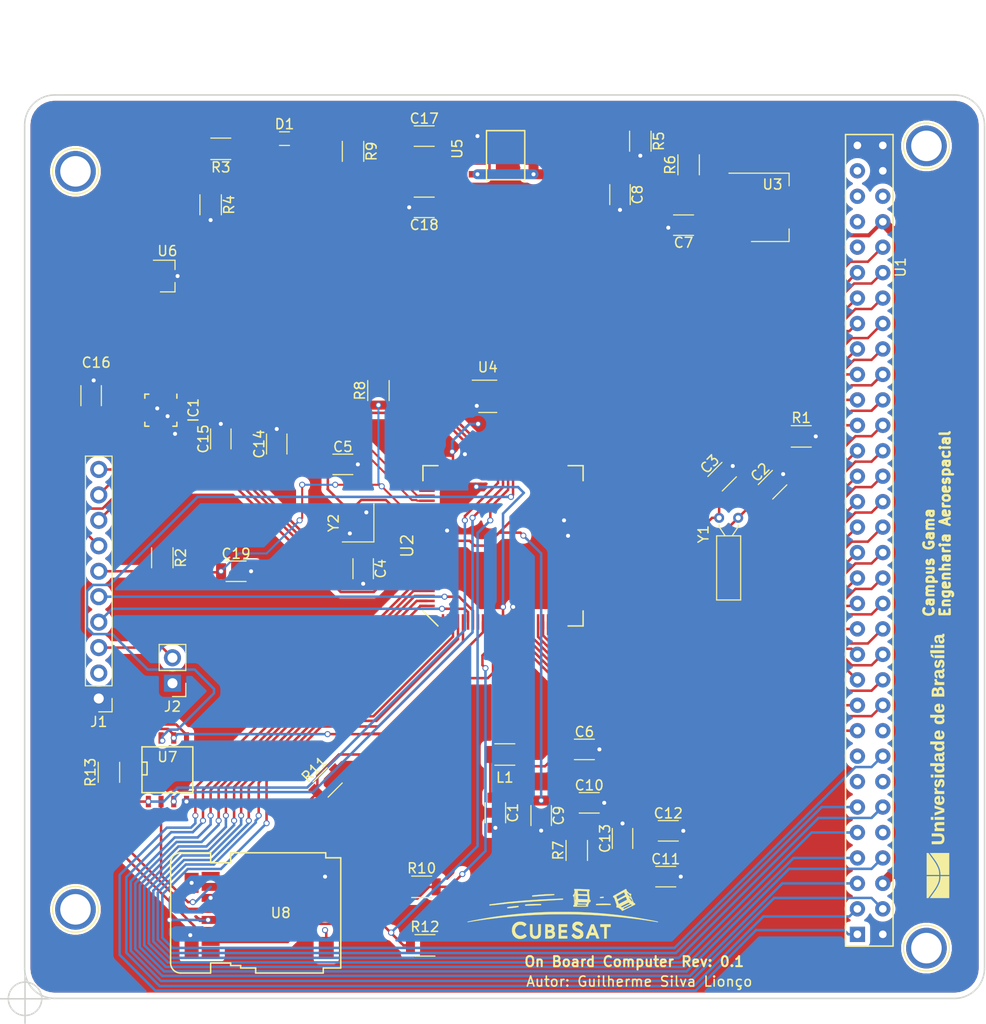
<source format=kicad_pcb>
(kicad_pcb (version 20171130) (host pcbnew "(5.1.2)-1")
  (layers (0 F.Cu signal hide) (31 B.Cu signal hide) (34 B.Paste user hide) (35 F.Paste user hide) (36 B.SilkS user hide) (37 F.SilkS user) (38 B.Mask user hide) (39 F.Mask user) (44 Edge.Cuts user))
  (net 0 "")
  (net 1 /VCORE)
  (net 2 GND)
  (net 3 /LFXIN)
  (net 4 /LFXOUT)
  (net 5 /HFXOUT)
  (net 6 /HFXIN)
  (net 7 /analog_vcc)
  (net 8 /3v3_ACS)
  (net 9 /VSW)
  (net 10 /3v3)
  (net 11 "Net-(R5-Pad1)")
  (net 12 "Net-(C16-Pad1)")
  (net 13 "Net-(R8-Pad2)")
  (net 14 "Net-(R9-Pad2)")
  (net 15 /currentSensor)
  (net 16 /resetMCU)
  (net 17 "Net-(D1-Pad1)")
  (net 18 /clkIMU)
  (net 19 /sdaIMU)
  (net 20 /jtag_bclUartRxd)
  (net 21 /jtag_bclUartTxd)
  (net 22 /jtag_tmsSwdio)
  (net 23 /jtag_tckSwdClk)
  (net 24 /jtag_tdoSwo)
  (net 25 /jtag_tdi)
  (net 26 "Net-(R1-Pad1)")
  (net 27 /adcVoltage3V3)
  (net 28 /mosiMemory)
  (net 29 /misoMemory)
  (net 30 /chipSelectorSD)
  (net 31 /chipSelectorFRAM)
  (net 32 /clkMemory)
  (net 33 /holdFRAM)
  (net 34 /wpFRAM)
  (net 35 /wtdToggle)
  (net 36 /temperatureSensor)
  (net 37 /p1)
  (net 38 /p2)
  (net 39 /p3)
  (net 40 /p4)
  (net 41 /p5)
  (net 42 /p16)
  (net 43 /p17)
  (net 44 /p18)
  (net 45 /p19)
  (net 46 /p20)
  (net 47 /p21)
  (net 48 /p22)
  (net 49 /p23)
  (net 50 /p24)
  (net 51 /p25)
  (net 52 /p26)
  (net 53 /p27)
  (net 54 /p28)
  (net 55 /p29)
  (net 56 /p30)
  (net 57 /p31)
  (net 58 /p32)
  (net 59 /p33)
  (net 60 /p34)
  (net 61 /p35)
  (net 62 /p36)
  (net 63 /p37)
  (net 64 /p38)
  (net 65 /p39)
  (net 66 /p46)
  (net 67 /p47)
  (net 68 /p48)
  (net 69 /p49)
  (net 70 /p50)
  (net 71 +5V)
  (net 72 /jtag/JTAG_3v3)
  (net 73 /p53)
  (net 74 /p56)
  (net 75 /p52)
  (net 76 /p55)
  (net 77 /p51)
  (net 78 /p54)
  (net 79 /p96)
  (net 80 /p97)
  (net 81 /p98)
  (net 82 /p99)
  (net 83 /p100)
  (net 84 /p57)
  (net 85 /p58)
  (net 86 /p59)
  (module footprint:cubesat_logo (layer F.Cu) (at 103.759 132.2578)
    (fp_text reference G*** hide)
    (fp_text value LOGO hide)
  )
  (module footprint:unb_logo_pb (layer F.Cu) (at 141.2403 116.967 90)
    (fp_text reference G*** hide)
    (fp_text value LOGO hide)
  )
  (module Connectors:1pin (layer F.Cu) (at 140.09 55.08)
    (fp_text reference "" (at 0 -3.048) (layer F.SilkS))
    (fp_text value "")
    (pad 1 thru_hole circle (at 0 0) (size 4.064 4.064) (drill 3.048) (layers *.Cu *.Mask))
  )
  (module Connectors:1pin (layer F.Cu) (at 55.08 57.62)
    (fp_text reference "" (at 0 -3.048) (layer F.SilkS))
    (fp_text value "")
    (pad 1 thru_hole circle (at 0 0) (size 4.064 4.064) (drill 3.048) (layers *.Cu *.Mask))
  )
  (module Connectors:1pin (layer F.Cu) (at 55.08 131.28)
    (fp_text reference "" (at 0 -3.048) (layer F.SilkS))
    (fp_text value "")
    (pad 1 thru_hole circle (at 0 0) (size 4.064 4.064) (drill 3.048) (layers *.Cu *.Mask))
  )
  (module Connectors:1pin (layer F.Cu) (at 140.09 135.15)
    (fp_text reference "" (at 0 -3.048) (layer F.SilkS))
    (fp_text value "")
    (pad 1 thru_hole circle (at 0 0) (size 4.064 4.064) (drill 3.048) (layers *.Cu *.Mask))
  )
  (module Resistors_SMD:R_1206 (layer F.Cu) (at 80.264 118.618 45)
    (fp_text reference R11 (at 0 -1.850001 45) (layer F.SilkS))
    (fp_text value 49k9)
    (pad 1 smd rect (at -1.45 0 45) (size 0.9 1.7) (layers F.Cu F.Paste F.Mask) (net 29 /misoMemory))
    (pad 2 smd rect (at 1.45 0 45) (size 0.9 1.7) (layers F.Cu F.Paste F.Mask) (net 8 /3v3_ACS))
  )
  (module Crystals:Crystal_DS26_d2.0mm_l6.0mm_Horizontal (layer F.Cu) (at 119.38 92.202)
    (fp_text reference Y1 (at -1.57 1.625 270) (layer F.SilkS))
    (fp_text value 32kHz)
    (pad 1 thru_hole circle (at 0 0) (size 1 1) (drill 0.5) (layers *.Cu *.Mask) (net 4 /LFXOUT))
    (pad 2 thru_hole circle (at 1.9 0) (size 1 1) (drill 0.5) (layers *.Cu *.Mask) (net 3 /LFXIN))
  )
  (module Capacitors_SMD:C_1206 (layer F.Cu) (at 106.402 120.65)
    (fp_text reference C10 (at 0 -1.75) (layer F.SilkS))
    (fp_text value 0,1uF)
    (pad 1 smd rect (at -1.5 0) (size 1 1.6) (layers F.Cu F.Paste F.Mask) (net 7 /analog_vcc))
    (pad 2 smd rect (at 1.5 0) (size 1 1.6) (layers F.Cu F.Paste F.Mask) (net 2 GND))
  )
  (module PCB_TCC:MSP432P4111 (layer F.Cu) (at 97.79 94.996 90)
    (fp_text reference U2 (at 0 -9.575 90) (layer F.SilkS) (effects (font (size 1.2 1.2))))
    (fp_text value MSP432P4111)
    (pad 100 smd rect (at -6 -7.6 90) (size 0.25 1.55) (layers F.Cu F.Paste F.Mask) (net 83 /p100))
    (pad 99 smd rect (at -5.5 -7.6 90) (size 0.25 1.55) (layers F.Cu F.Paste F.Mask) (net 82 /p99))
    (pad 98 smd rect (at -5 -7.6 90) (size 0.25 1.55) (layers F.Cu F.Paste F.Mask) (net 81 /p98))
    (pad 97 smd rect (at -4.5 -7.6 90) (size 0.25 1.55) (layers F.Cu F.Paste F.Mask) (net 80 /p97))
    (pad 96 smd rect (at -4 -7.6 90) (size 0.25 1.55) (layers F.Cu F.Paste F.Mask) (net 79 /p96))
    (pad 95 smd rect (at -3.5 -7.6 90) (size 0.25 1.55) (layers F.Cu F.Paste F.Mask) (net 23 /jtag_tckSwdClk))
    (pad 94 smd rect (at -3 -7.6 90) (size 0.25 1.55) (layers F.Cu F.Paste F.Mask) (net 22 /jtag_tmsSwdio))
    (pad 93 smd rect (at -2.5 -7.6 90) (size 0.25 1.55) (layers F.Cu F.Paste F.Mask) (net 24 /jtag_tdoSwo))
    (pad 92 smd rect (at -2 -7.6 90) (size 0.25 1.55) (layers F.Cu F.Paste F.Mask) (net 25 /jtag_tdi))
    (pad 91 smd rect (at -1.5 -7.6 90) (size 0.25 1.55) (layers F.Cu F.Paste F.Mask))
    (pad 90 smd rect (at -1 -7.6 90) (size 0.25 1.55) (layers F.Cu F.Paste F.Mask))
    (pad 89 smd rect (at -0.5 -7.6 90) (size 0.25 1.55) (layers F.Cu F.Paste F.Mask))
    (pad 88 smd rect (at 0 -7.6 90) (size 0.25 1.55) (layers F.Cu F.Paste F.Mask))
    (pad 87 smd rect (at 0.5 -7.6 90) (size 0.25 1.55) (layers F.Cu F.Paste F.Mask) (net 7 /analog_vcc))
    (pad 86 smd rect (at 1 -7.6 90) (size 0.25 1.55) (layers F.Cu F.Paste F.Mask) (net 6 /HFXIN))
    (pad 85 smd rect (at 1.5 -7.6 90) (size 0.25 1.55) (layers F.Cu F.Paste F.Mask) (net 5 /HFXOUT))
    (pad 84 smd rect (at 2 -7.6 90) (size 0.25 1.55) (layers F.Cu F.Paste F.Mask) (net 2 GND))
    (pad 83 smd rect (at 2.5 -7.6 90) (size 0.25 1.55) (layers F.Cu F.Paste F.Mask) (net 16 /resetMCU))
    (pad 82 smd rect (at 3 -7.6 90) (size 0.25 1.55) (layers F.Cu F.Paste F.Mask) (net 2 GND))
    (pad 81 smd rect (at 3.5 -7.6 90) (size 0.25 1.55) (layers F.Cu F.Paste F.Mask))
    (pad 80 smd rect (at 4 -7.6 90) (size 0.25 1.55) (layers F.Cu F.Paste F.Mask))
    (pad 79 smd rect (at 4.5 -7.6 90) (size 0.25 1.55) (layers F.Cu F.Paste F.Mask) (net 18 /clkIMU))
    (pad 78 smd rect (at 5 -7.6 90) (size 0.25 1.55) (layers F.Cu F.Paste F.Mask) (net 19 /sdaIMU))
    (pad 77 smd rect (at 5.5 -7.6 90) (size 0.25 1.55) (layers F.Cu F.Paste F.Mask))
    (pad 76 smd rect (at 6 -7.6 90) (size 0.25 1.55) (layers F.Cu F.Paste F.Mask))
    (pad 75 smd rect (at 7.6 -6 180) (size 0.25 1.55) (layers F.Cu F.Paste F.Mask))
    (pad 74 smd rect (at 7.6 -5.5 180) (size 0.25 1.55) (layers F.Cu F.Paste F.Mask))
    (pad 73 smd rect (at 7.6 -5 180) (size 0.25 1.55) (layers F.Cu F.Paste F.Mask) (net 8 /3v3_ACS))
    (pad 72 smd rect (at 7.6 -4.5 180) (size 0.25 1.55) (layers F.Cu F.Paste F.Mask) (net 2 GND))
    (pad 71 smd rect (at 7.6 -4 180) (size 0.25 1.55) (layers F.Cu F.Paste F.Mask))
    (pad 70 smd rect (at 7.6 -3.5 180) (size 0.25 1.55) (layers F.Cu F.Paste F.Mask))
    (pad 69 smd rect (at 7.6 -3 180) (size 0.25 1.55) (layers F.Cu F.Paste F.Mask))
    (pad 68 smd rect (at 7.6 -2.5 180) (size 0.25 1.55) (layers F.Cu F.Paste F.Mask))
    (pad 67 smd rect (at 7.6 -2 180) (size 0.25 1.55) (layers F.Cu F.Paste F.Mask) (net 36 /temperatureSensor))
    (pad 66 smd rect (at 7.6 -1.5 180) (size 0.25 1.55) (layers F.Cu F.Paste F.Mask) (net 27 /adcVoltage3V3))
    (pad 65 smd rect (at 7.6 -1 180) (size 0.25 1.55) (layers F.Cu F.Paste F.Mask) (net 15 /currentSensor))
    (pad 64 smd rect (at 7.6 -0.5 180) (size 0.25 1.55) (layers F.Cu F.Paste F.Mask) (net 31 /chipSelectorFRAM))
    (pad 63 smd rect (at 7.6 0 180) (size 0.25 1.55) (layers F.Cu F.Paste F.Mask) (net 34 /wpFRAM))
    (pad 62 smd rect (at 7.6 0.5 180) (size 0.25 1.55) (layers F.Cu F.Paste F.Mask) (net 30 /chipSelectorSD))
    (pad 61 smd rect (at 7.6 1 180) (size 0.25 1.55) (layers F.Cu F.Paste F.Mask) (net 33 /holdFRAM))
    (pad 60 smd rect (at 7.6 1.5 180) (size 0.25 1.55) (layers F.Cu F.Paste F.Mask) (net 35 /wtdToggle))
    (pad 59 smd rect (at 7.6 2 180) (size 0.25 1.55) (layers F.Cu F.Paste F.Mask) (net 86 /p59))
    (pad 58 smd rect (at 7.6 2.5 180) (size 0.25 1.55) (layers F.Cu F.Paste F.Mask) (net 85 /p58))
    (pad 57 smd rect (at 7.6 3 180) (size 0.25 1.55) (layers F.Cu F.Paste F.Mask) (net 84 /p57))
    (pad 56 smd rect (at 7.6 3.5 180) (size 0.25 1.55) (layers F.Cu F.Paste F.Mask) (net 74 /p56))
    (pad 55 smd rect (at 7.6 4 180) (size 0.25 1.55) (layers F.Cu F.Paste F.Mask) (net 76 /p55))
    (pad 54 smd rect (at 7.6 4.5 180) (size 0.25 1.55) (layers F.Cu F.Paste F.Mask) (net 78 /p54))
    (pad 53 smd rect (at 7.6 5 180) (size 0.25 1.55) (layers F.Cu F.Paste F.Mask) (net 73 /p53))
    (pad 52 smd rect (at 7.6 5.5 180) (size 0.25 1.55) (layers F.Cu F.Paste F.Mask) (net 75 /p52))
    (pad 51 smd rect (at 7.6 6 180) (size 0.25 1.55) (layers F.Cu F.Paste F.Mask) (net 77 /p51))
    (pad 50 smd rect (at 6 7.6 90) (size 0.25 1.55) (layers F.Cu F.Paste F.Mask) (net 70 /p50))
    (pad 49 smd rect (at 5.5 7.6 90) (size 0.25 1.55) (layers F.Cu F.Paste F.Mask) (net 69 /p49))
    (pad 48 smd rect (at 5 7.6 90) (size 0.25 1.55) (layers F.Cu F.Paste F.Mask) (net 68 /p48))
    (pad 47 smd rect (at 4.5 7.6 90) (size 0.25 1.55) (layers F.Cu F.Paste F.Mask) (net 67 /p47))
    (pad 46 smd rect (at 4 7.6 90) (size 0.25 1.55) (layers F.Cu F.Paste F.Mask) (net 66 /p46))
    (pad 45 smd rect (at 3.5 7.6 90) (size 0.25 1.55) (layers F.Cu F.Paste F.Mask) (net 7 /analog_vcc))
    (pad 44 smd rect (at 3 7.6 90) (size 0.25 1.55) (layers F.Cu F.Paste F.Mask) (net 26 "Net-(R1-Pad1)"))
    (pad 43 smd rect (at 2.5 7.6 90) (size 0.25 1.55) (layers F.Cu F.Paste F.Mask) (net 2 GND))
    (pad 42 smd rect (at 2 7.6 90) (size 0.25 1.55) (layers F.Cu F.Paste F.Mask) (net 4 /LFXOUT))
    (pad 41 smd rect (at 1.5 7.6 90) (size 0.25 1.55) (layers F.Cu F.Paste F.Mask) (net 3 /LFXIN))
    (pad 40 smd rect (at 1 7.6 90) (size 0.25 1.55) (layers F.Cu F.Paste F.Mask) (net 2 GND))
    (pad 39 smd rect (at 0.5 7.6 90) (size 0.25 1.55) (layers F.Cu F.Paste F.Mask) (net 65 /p39))
    (pad 38 smd rect (at 0 7.6 90) (size 0.25 1.55) (layers F.Cu F.Paste F.Mask) (net 64 /p38))
    (pad 37 smd rect (at -0.5 7.6 90) (size 0.25 1.55) (layers F.Cu F.Paste F.Mask) (net 63 /p37))
    (pad 36 smd rect (at -1 7.6 90) (size 0.25 1.55) (layers F.Cu F.Paste F.Mask) (net 62 /p36))
    (pad 35 smd rect (at -1.5 7.6 90) (size 0.25 1.55) (layers F.Cu F.Paste F.Mask) (net 61 /p35))
    (pad 34 smd rect (at -2 7.6 90) (size 0.25 1.55) (layers F.Cu F.Paste F.Mask) (net 60 /p34))
    (pad 33 smd rect (at -2.5 7.6 90) (size 0.25 1.55) (layers F.Cu F.Paste F.Mask) (net 59 /p33))
    (pad 32 smd rect (at -3 7.6 90) (size 0.25 1.55) (layers F.Cu F.Paste F.Mask) (net 58 /p32))
    (pad 31 smd rect (at -3.5 7.6 90) (size 0.25 1.55) (layers F.Cu F.Paste F.Mask) (net 57 /p31))
    (pad 30 smd rect (at -4 7.6 90) (size 0.25 1.55) (layers F.Cu F.Paste F.Mask) (net 56 /p30))
    (pad 29 smd rect (at -4.5 7.6 90) (size 0.25 1.55) (layers F.Cu F.Paste F.Mask) (net 55 /p29))
    (pad 28 smd rect (at -5 7.6 90) (size 0.25 1.55) (layers F.Cu F.Paste F.Mask) (net 54 /p28))
    (pad 27 smd rect (at -5.5 7.6 90) (size 0.25 1.55) (layers F.Cu F.Paste F.Mask) (net 53 /p27))
    (pad 26 smd rect (at -6 7.6 90) (size 0.25 1.55) (layers F.Cu F.Paste F.Mask) (net 52 /p26))
    (pad 25 smd rect (at -7.6 6 180) (size 0.25 1.55) (layers F.Cu F.Paste F.Mask) (net 51 /p25))
    (pad 24 smd rect (at -7.6 5.5 180) (size 0.25 1.55) (layers F.Cu F.Paste F.Mask) (net 50 /p24))
    (pad 23 smd rect (at -7.6 5 180) (size 0.25 1.55) (layers F.Cu F.Paste F.Mask) (net 49 /p23))
    (pad 22 smd rect (at -7.6 4.5 180) (size 0.25 1.55) (layers F.Cu F.Paste F.Mask) (net 48 /p22))
    (pad 21 smd rect (at -7.6 4 180) (size 0.25 1.55) (layers F.Cu F.Paste F.Mask) (net 47 /p21))
    (pad 20 smd rect (at -7.6 3.5 180) (size 0.25 1.55) (layers F.Cu F.Paste F.Mask) (net 46 /p20))
    (pad 19 smd rect (at -7.6 3 180) (size 0.25 1.55) (layers F.Cu F.Paste F.Mask) (net 45 /p19))
    (pad 18 smd rect (at -7.6 2.5 180) (size 0.25 1.55) (layers F.Cu F.Paste F.Mask) (net 44 /p18))
    (pad 17 smd rect (at -7.6 2 180) (size 0.25 1.55) (layers F.Cu F.Paste F.Mask) (net 43 /p17))
    (pad 16 smd rect (at -7.6 1.5 180) (size 0.25 1.55) (layers F.Cu F.Paste F.Mask) (net 42 /p16))
    (pad 15 smd rect (at -7.6 1 180) (size 0.25 1.55) (layers F.Cu F.Paste F.Mask) (net 2 GND))
    (pad 14 smd rect (at -7.6 0.5 180) (size 0.25 1.55) (layers F.Cu F.Paste F.Mask) (net 9 /VSW))
    (pad 13 smd rect (at -7.6 0 180) (size 0.25 1.55) (layers F.Cu F.Paste F.Mask) (net 8 /3v3_ACS))
    (pad 12 smd rect (at -7.6 -0.5 180) (size 0.25 1.55) (layers F.Cu F.Paste F.Mask) (net 1 /VCORE))
    (pad 11 smd rect (at -7.6 -1 180) (size 0.25 1.55) (layers F.Cu F.Paste F.Mask) (net 29 /misoMemory))
    (pad 10 smd rect (at -7.6 -1.5 180) (size 0.25 1.55) (layers F.Cu F.Paste F.Mask) (net 28 /mosiMemory))
    (pad 9 smd rect (at -7.6 -2 180) (size 0.25 1.55) (layers F.Cu F.Paste F.Mask) (net 32 /clkMemory))
    (pad 8 smd rect (at -7.6 -2.5 180) (size 0.25 1.55) (layers F.Cu F.Paste F.Mask))
    (pad 7 smd rect (at -7.6 -3 180) (size 0.25 1.55) (layers F.Cu F.Paste F.Mask) (net 21 /jtag_bclUartTxd))
    (pad 6 smd rect (at -7.6 -3.5 180) (size 0.25 1.55) (layers F.Cu F.Paste F.Mask) (net 20 /jtag_bclUartRxd))
    (pad 5 smd rect (at -7.6 -4 180) (size 0.25 1.55) (layers F.Cu F.Paste F.Mask) (net 41 /p5))
    (pad 4 smd rect (at -7.6 -4.5 180) (size 0.25 1.55) (layers F.Cu F.Paste F.Mask) (net 40 /p4))
    (pad 3 smd rect (at -7.6 -5 180) (size 0.25 1.55) (layers F.Cu F.Paste F.Mask) (net 39 /p3))
    (pad 2 smd rect (at -7.6 -5.5 180) (size 0.25 1.55) (layers F.Cu F.Paste F.Mask) (net 38 /p2))
    (pad 1 smd rect (at -7.6 -6 180) (size 0.25 1.55) (layers F.Cu F.Paste F.Mask) (net 37 /p1))
  )
  (module Resistors_SMD:R_1206 (layer F.Cu) (at 63.754 96.192 270)
    (fp_text reference R2 (at 0 -1.85 90) (layer F.SilkS))
    (fp_text value 47K)
    (pad 1 smd rect (at -1.45 0 270) (size 0.9 1.7) (layers F.Cu F.Paste F.Mask) (net 8 /3v3_ACS))
    (pad 2 smd rect (at 1.45 0 270) (size 0.9 1.7) (layers F.Cu F.Paste F.Mask) (net 16 /resetMCU))
  )
  (module Capacitors_SMD:C_1206 (layer F.Cu) (at 69.596 84.328 90)
    (fp_text reference C15 (at 0 -1.75 90) (layer F.SilkS))
    (fp_text value 0.1uF)
    (pad 1 smd rect (at -1.5 0 90) (size 1 1.6) (layers F.Cu F.Paste F.Mask) (net 8 /3v3_ACS))
    (pad 2 smd rect (at 1.5 0 90) (size 1 1.6) (layers F.Cu F.Paste F.Mask) (net 2 GND))
  )
  (module ".pretty:ACS711_8-pin SOICN" (layer F.Cu) (at 100.838 57.912 90)
    (fp_text reference U5 (at 2.54 -7.62 90) (layer F.SilkS))
    (fp_text value ACS711)
    (pad 8 smd rect (at 0 -5.6 90) (size 0.65 1.75) (layers F.Cu F.Paste F.Mask) (net 10 /3v3))
    (pad 7 smd rect (at 1.27 -5.6 90) (size 0.65 1.75) (layers F.Cu F.Paste F.Mask) (net 15 /currentSensor))
    (pad 6 smd rect (at 2.54 -5.6 90) (size 0.65 1.75) (layers F.Cu F.Paste F.Mask) (net 14 "Net-(R9-Pad2)"))
    (pad 5 smd rect (at 3.81 -5.6 90) (size 0.65 1.75) (layers F.Cu F.Paste F.Mask) (net 2 GND))
    (pad 4 smd rect (at 3.81 0 90) (size 0.65 1.75) (layers F.Cu F.Paste F.Mask) (net 8 /3v3_ACS))
    (pad 3 smd rect (at 2.54 0 90) (size 0.65 1.75) (layers F.Cu F.Paste F.Mask) (net 8 /3v3_ACS))
    (pad 2 smd rect (at 1.27 0 90) (size 0.65 1.75) (layers F.Cu F.Paste F.Mask) (net 10 /3v3))
    (pad 1 smd rect (at 0 0 90) (size 0.65 1.75) (layers F.Cu F.Paste F.Mask) (net 10 /3v3))
  )
  (module Resistors_SMD:R_1206 (layer F.Cu) (at 127.582 84.074)
    (fp_text reference R1 (at 0 -1.85) (layer F.SilkS))
    (fp_text value 91kOhm)
    (pad 1 smd rect (at -1.45 0) (size 0.9 1.7) (layers F.Cu F.Paste F.Mask) (net 26 "Net-(R1-Pad1)"))
    (pad 2 smd rect (at 1.45 0) (size 0.9 1.7) (layers F.Cu F.Paste F.Mask) (net 2 GND))
  )
  (module Capacitors_SMD:C_1206 (layer F.Cu) (at 97.028 121.642 270)
    (fp_text reference C1 (at 0 -1.75 90) (layer F.SilkS))
    (fp_text value 0,1uF)
    (pad 1 smd rect (at -1.5 0 270) (size 1 1.6) (layers F.Cu F.Paste F.Mask) (net 1 /VCORE))
    (pad 2 smd rect (at 1.5 0 270) (size 1 1.6) (layers F.Cu F.Paste F.Mask) (net 2 GND))
  )
  (module Capacitors_SMD:C_1206 (layer F.Cu) (at 124.714 88.9 45)
    (fp_text reference C2 (at 0 -1.75 45) (layer F.SilkS))
    (fp_text value 22p)
    (pad 1 smd rect (at -1.5 0 45) (size 1 1.6) (layers F.Cu F.Paste F.Mask) (net 3 /LFXIN))
    (pad 2 smd rect (at 1.5 0 45) (size 1 1.6) (layers F.Cu F.Paste F.Mask) (net 2 GND))
  )
  (module Capacitors_SMD:C_1206 (layer F.Cu) (at 83.82 97.282 270)
    (fp_text reference C4 (at 0 -1.75 90) (layer F.SilkS))
    (fp_text value 22p)
    (pad 1 smd rect (at -1.5 0 270) (size 1 1.6) (layers F.Cu F.Paste F.Mask) (net 6 /HFXIN))
    (pad 2 smd rect (at 1.5 0 270) (size 1 1.6) (layers F.Cu F.Paste F.Mask) (net 2 GND))
  )
  (module Capacitors_SMD:C_1206 (layer F.Cu) (at 81.788 86.868)
    (fp_text reference C5 (at 0 -1.75) (layer F.SilkS))
    (fp_text value 22p)
    (pad 1 smd rect (at -1.5 0) (size 1 1.6) (layers F.Cu F.Paste F.Mask) (net 5 /HFXOUT))
    (pad 2 smd rect (at 1.5 0) (size 1 1.6) (layers F.Cu F.Paste F.Mask) (net 2 GND))
  )
  (module Capacitors_SMD:C_1206 (layer F.Cu) (at 105.918 115.316)
    (fp_text reference C6 (at 0 -1.75) (layer F.SilkS))
    (fp_text value 4u7)
    (pad 1 smd rect (at -1.5 0) (size 1 1.6) (layers F.Cu F.Paste F.Mask) (net 1 /VCORE))
    (pad 2 smd rect (at 1.5 0) (size 1 1.6) (layers F.Cu F.Paste F.Mask) (net 2 GND))
  )
  (module Capacitors_SMD:C_1206 (layer F.Cu) (at 115.824 62.992 180)
    (fp_text reference C7 (at 0 -1.75 180) (layer F.SilkS))
    (fp_text value 0,1uF)
    (pad 1 smd rect (at -1.5 0 180) (size 1 1.6) (layers F.Cu F.Paste F.Mask) (net 71 +5V))
    (pad 2 smd rect (at 1.5 0 180) (size 1 1.6) (layers F.Cu F.Paste F.Mask) (net 2 GND))
  )
  (module Capacitors_SMD:C_1206 (layer F.Cu) (at 109.474 59.944 270)
    (fp_text reference C8 (at 0 -1.75 270) (layer F.SilkS))
    (fp_text value 0,1uF)
    (pad 1 smd rect (at -1.5 0 270) (size 1 1.6) (layers F.Cu F.Paste F.Mask) (net 10 /3v3))
    (pad 2 smd rect (at 1.5 0 270) (size 1 1.6) (layers F.Cu F.Paste F.Mask) (net 2 GND))
  )
  (module Capacitors_SMD:C_1206 (layer F.Cu) (at 101.6 121.92 270)
    (fp_text reference C9 (at 0 -1.75 90) (layer F.SilkS))
    (fp_text value 0,1uF)
    (pad 1 smd rect (at -1.5 0 270) (size 1 1.6) (layers F.Cu F.Paste F.Mask) (net 7 /analog_vcc))
    (pad 2 smd rect (at 1.5 0 270) (size 1 1.6) (layers F.Cu F.Paste F.Mask) (net 2 GND))
  )
  (module Capacitors_SMD:C_1206 (layer F.Cu) (at 114.046 128.016)
    (fp_text reference C11 (at 0 -1.75) (layer F.SilkS))
    (fp_text value 0,1uF)
    (pad 1 smd rect (at -1.5 0) (size 1 1.6) (layers F.Cu F.Paste F.Mask) (net 8 /3v3_ACS))
    (pad 2 smd rect (at 1.5 0) (size 1 1.6) (layers F.Cu F.Paste F.Mask) (net 2 GND))
  )
  (module Capacitors_SMD:C_1206 (layer F.Cu) (at 114.3 123.444)
    (fp_text reference C12 (at 0 -1.75) (layer F.SilkS))
    (fp_text value 0,1uF)
    (pad 1 smd rect (at -1.5 0) (size 1 1.6) (layers F.Cu F.Paste F.Mask) (net 8 /3v3_ACS))
    (pad 2 smd rect (at 1.5 0) (size 1 1.6) (layers F.Cu F.Paste F.Mask) (net 2 GND))
  )
  (module Capacitors_SMD:C_1206 (layer F.Cu) (at 109.728 124.206 90)
    (fp_text reference C13 (at 0 -1.75 90) (layer F.SilkS))
    (fp_text value 10u)
    (pad 1 smd rect (at -1.5 0 90) (size 1 1.6) (layers F.Cu F.Paste F.Mask) (net 8 /3v3_ACS))
    (pad 2 smd rect (at 1.5 0 90) (size 1 1.6) (layers F.Cu F.Paste F.Mask) (net 2 GND))
  )
  (module Inductors_SMD:L_1206 (layer F.Cu) (at 97.97 115.824 180)
    (fp_text reference L1 (at 0 -2.3) (layer F.SilkS))
    (fp_text value 4.7uH)
    (pad 1 smd rect (at -1.45 0 180) (size 0.9 1.7) (layers F.Cu F.Paste F.Mask) (net 9 /VSW))
    (pad 2 smd rect (at 1.45 0 180) (size 0.9 1.7) (layers F.Cu F.Paste F.Mask) (net 1 /VCORE))
  )
  (module Resistors_SMD:R_1206 (layer F.Cu) (at 111.506 54.61 270)
    (fp_text reference R5 (at 0 -1.85 270) (layer F.SilkS))
    (fp_text value 240)
    (pad 1 smd rect (at -1.45 0 270) (size 0.9 1.7) (layers F.Cu F.Paste F.Mask) (net 11 "Net-(R5-Pad1)"))
    (pad 2 smd rect (at 1.45 0 270) (size 0.9 1.7) (layers F.Cu F.Paste F.Mask) (net 2 GND))
  )
  (module Resistors_SMD:R_1206 (layer F.Cu) (at 116.332 56.97 90)
    (fp_text reference R6 (at 0 -1.85 90) (layer F.SilkS))
    (fp_text value 140)
    (pad 1 smd rect (at -1.45 0 90) (size 0.9 1.7) (layers F.Cu F.Paste F.Mask) (net 10 /3v3))
    (pad 2 smd rect (at 1.45 0 90) (size 0.9 1.7) (layers F.Cu F.Paste F.Mask) (net 11 "Net-(R5-Pad1)"))
  )
  (module Resistors_SMD:R_1206 (layer F.Cu) (at 105.156 125.402 90)
    (fp_text reference R7 (at 0 -1.85 90) (layer F.SilkS))
    (fp_text value 0R)
    (pad 1 smd rect (at -1.45 0 90) (size 0.9 1.7) (layers F.Cu F.Paste F.Mask) (net 8 /3v3_ACS))
    (pad 2 smd rect (at 1.45 0 90) (size 0.9 1.7) (layers F.Cu F.Paste F.Mask) (net 7 /analog_vcc))
  )
  (module TO_SOT_Packages_SMD:SOT-223-3_TabPin2 (layer F.Cu) (at 124.46 61.214)
    (fp_text reference U3 (at 0.254 -2.286) (layer F.SilkS))
    (fp_text value LM317_SOT223)
    (pad 2 smd rect (at 3.15 0) (size 2 3.8) (layers F.Cu F.Paste F.Mask) (net 10 /3v3))
    (pad 2 smd rect (at -3.15 0) (size 2 1.5) (layers F.Cu F.Paste F.Mask) (net 10 /3v3))
    (pad 3 smd rect (at -3.15 2.3) (size 2 1.5) (layers F.Cu F.Paste F.Mask) (net 71 +5V))
    (pad 1 smd rect (at -3.15 -2.3) (size 2 1.5) (layers F.Cu F.Paste F.Mask) (net 11 "Net-(R5-Pad1)"))
  )
  (module isaConnector:ISA_CONNECTOR (layer F.Cu) (at 130.65 126.15 90)
    (fp_text reference U1 (at 58.95364 6.8557 90) (layer F.SilkS))
    (fp_text value ISA_BUS_connector)
    (pad 1 thru_hole trapezoid (at -7.62 2.54 90) (size 1.524 1.524) (drill 0.762) (layers *.Cu *.Mask) (net 79 /p96))
    (pad 2 thru_hole circle (at -5.08 2.54 90) (size 1.524 1.524) (drill 0.762) (layers *.Cu *.Mask) (net 80 /p97))
    (pad 3 thru_hole circle (at -2.54 2.54 90) (size 1.524 1.524) (drill 0.762) (layers *.Cu *.Mask) (net 82 /p99))
    (pad 4 thru_hole circle (at 0 2.54 90) (size 1.524 1.524) (drill 0.762) (layers *.Cu *.Mask) (net 37 /p1))
    (pad 5 thru_hole circle (at 2.54 2.54 90) (size 1.524 1.524) (drill 0.762) (layers *.Cu *.Mask) (net 38 /p2))
    (pad 6 thru_hole circle (at 5.08 2.54 90) (size 1.524 1.524) (drill 0.762) (layers *.Cu *.Mask) (net 40 /p4))
    (pad 7 thru_hole circle (at 7.62 2.54 90) (size 1.524 1.524) (drill 0.762) (layers *.Cu *.Mask))
    (pad 8 thru_hole circle (at 10.16 2.54 90) (size 1.524 1.524) (drill 0.762) (layers *.Cu *.Mask))
    (pad 9 thru_hole circle (at 12.7 2.54 90) (size 1.524 1.524) (drill 0.762) (layers *.Cu *.Mask) (net 42 /p16))
    (pad 10 thru_hole circle (at 15.24 2.54 90) (size 1.524 1.524) (drill 0.762) (layers *.Cu *.Mask) (net 44 /p18))
    (pad 11 thru_hole circle (at 17.78 2.54 90) (size 1.524 1.524) (drill 0.762) (layers *.Cu *.Mask) (net 46 /p20))
    (pad 12 thru_hole circle (at 20.32 2.54 90) (size 1.524 1.524) (drill 0.762) (layers *.Cu *.Mask) (net 48 /p22))
    (pad 13 thru_hole circle (at 22.86 2.54 90) (size 1.524 1.524) (drill 0.762) (layers *.Cu *.Mask) (net 50 /p24))
    (pad 14 thru_hole circle (at 25.4 2.54 90) (size 1.524 1.524) (drill 0.762) (layers *.Cu *.Mask) (net 52 /p26))
    (pad 15 thru_hole circle (at 27.94 2.54 90) (size 1.524 1.524) (drill 0.762) (layers *.Cu *.Mask) (net 54 /p28))
    (pad 16 thru_hole circle (at 30.48 2.54 90) (size 1.524 1.524) (drill 0.762) (layers *.Cu *.Mask) (net 56 /p30))
    (pad 17 thru_hole circle (at 33.02 2.54 90) (size 1.524 1.524) (drill 0.762) (layers *.Cu *.Mask) (net 58 /p32))
    (pad 18 thru_hole circle (at 35.56 2.54 90) (size 1.524 1.524) (drill 0.762) (layers *.Cu *.Mask) (net 60 /p34))
    (pad 19 thru_hole circle (at 38.1 2.54 90) (size 1.524 1.524) (drill 0.762) (layers *.Cu *.Mask) (net 62 /p36))
    (pad 20 thru_hole circle (at 40.64 2.54 90) (size 1.524 1.524) (drill 0.762) (layers *.Cu *.Mask) (net 64 /p38))
    (pad 21 thru_hole circle (at 43.18 2.54 90) (size 1.524 1.524) (drill 0.762) (layers *.Cu *.Mask) (net 66 /p46))
    (pad 22 thru_hole circle (at 45.72 2.54 90) (size 1.524 1.524) (drill 0.762) (layers *.Cu *.Mask) (net 68 /p48))
    (pad 23 thru_hole circle (at 48.26 2.54 90) (size 1.524 1.524) (drill 0.762) (layers *.Cu *.Mask) (net 70 /p50))
    (pad 24 thru_hole circle (at 50.8 2.54 90) (size 1.524 1.524) (drill 0.762) (layers *.Cu *.Mask) (net 75 /p52))
    (pad 25 thru_hole circle (at 53.34 2.54 90) (size 1.524 1.524) (drill 0.762) (layers *.Cu *.Mask) (net 78 /p54))
    (pad 26 thru_hole circle (at 55.88 2.54 90) (size 1.524 1.524) (drill 0.762) (layers *.Cu *.Mask) (net 74 /p56))
    (pad 27 thru_hole circle (at 58.42 2.54 90) (size 1.524 1.524) (drill 0.762) (layers *.Cu *.Mask) (net 85 /p58))
    (pad 28 thru_hole circle (at 60.96 2.54 90) (size 1.524 1.524) (drill 0.762) (layers *.Cu *.Mask))
    (pad 29 thru_hole circle (at 63.5 2.54 90) (size 1.524 1.524) (drill 0.762) (layers *.Cu *.Mask))
    (pad 30 thru_hole circle (at 66.04 2.54 90) (size 1.524 1.524) (drill 0.762) (layers *.Cu *.Mask))
    (pad 31 thru_hole circle (at 68.58 2.54 90) (size 1.524 1.524) (drill 0.762) (layers *.Cu *.Mask))
    (pad 32 thru_hole circle (at 71.12 2.54 90) (size 1.524 1.524) (drill 0.762) (layers *.Cu *.Mask) (net 2 GND))
    (pad 33 thru_hole circle (at -7.62 5.08 90) (size 1.524 1.524) (drill 0.762) (layers *.Cu *.Mask) (net 2 GND))
    (pad 34 thru_hole circle (at -5.08 5.08 90) (size 1.524 1.524) (drill 0.762) (layers *.Cu *.Mask) (net 81 /p98))
    (pad 35 thru_hole circle (at -2.54 5.08 90) (size 1.524 1.524) (drill 0.762) (layers *.Cu *.Mask) (net 71 +5V))
    (pad 36 thru_hole circle (at 0 5.08 90) (size 1.524 1.524) (drill 0.762) (layers *.Cu *.Mask) (net 83 /p100))
    (pad 37 thru_hole circle (at 2.54 5.08 90) (size 1.524 1.524) (drill 0.762) (layers *.Cu *.Mask))
    (pad 38 thru_hole circle (at 5.08 5.08 90) (size 1.524 1.524) (drill 0.762) (layers *.Cu *.Mask) (net 39 /p3))
    (pad 39 thru_hole circle (at 7.62 5.08 90) (size 1.524 1.524) (drill 0.762) (layers *.Cu *.Mask))
    (pad 40 thru_hole circle (at 10.16 5.08 90) (size 1.524 1.524) (drill 0.762) (layers *.Cu *.Mask) (net 41 /p5))
    (pad 41 thru_hole circle (at 12.7 5.08 90) (size 1.524 1.524) (drill 0.762) (layers *.Cu *.Mask))
    (pad 42 thru_hole circle (at 15.24 5.08 90) (size 1.524 1.524) (drill 0.762) (layers *.Cu *.Mask) (net 43 /p17))
    (pad 43 thru_hole circle (at 17.78 5.08 90) (size 1.524 1.524) (drill 0.762) (layers *.Cu *.Mask) (net 45 /p19))
    (pad 44 thru_hole circle (at 20.32 5.08 90) (size 1.524 1.524) (drill 0.762) (layers *.Cu *.Mask) (net 47 /p21))
    (pad 45 thru_hole circle (at 22.86 5.08 90) (size 1.524 1.524) (drill 0.762) (layers *.Cu *.Mask) (net 49 /p23))
    (pad 46 thru_hole circle (at 25.4 5.08 90) (size 1.524 1.524) (drill 0.762) (layers *.Cu *.Mask) (net 51 /p25))
    (pad 47 thru_hole circle (at 27.94 5.08 90) (size 1.524 1.524) (drill 0.762) (layers *.Cu *.Mask) (net 53 /p27))
    (pad 48 thru_hole circle (at 30.48 5.08 90) (size 1.524 1.524) (drill 0.762) (layers *.Cu *.Mask) (net 55 /p29))
    (pad 49 thru_hole circle (at 33.02 5.08 90) (size 1.524 1.524) (drill 0.762) (layers *.Cu *.Mask) (net 57 /p31))
    (pad 50 thru_hole circle (at 35.56 5.08 90) (size 1.524 1.524) (drill 0.762) (layers *.Cu *.Mask) (net 59 /p33))
    (pad 51 thru_hole circle (at 38.1 5.08 90) (size 1.524 1.524) (drill 0.762) (layers *.Cu *.Mask) (net 61 /p35))
    (pad 52 thru_hole circle (at 40.64 5.08 90) (size 1.524 1.524) (drill 0.762) (layers *.Cu *.Mask) (net 63 /p37))
    (pad 53 thru_hole circle (at 43.18 5.08 90) (size 1.524 1.524) (drill 0.762) (layers *.Cu *.Mask) (net 65 /p39))
    (pad 54 thru_hole circle (at 45.72 5.08 90) (size 1.524 1.524) (drill 0.762) (layers *.Cu *.Mask) (net 67 /p47))
    (pad 55 thru_hole circle (at 48.26 5.08 90) (size 1.524 1.524) (drill 0.762) (layers *.Cu *.Mask) (net 69 /p49))
    (pad 56 thru_hole circle (at 50.8 5.08 90) (size 1.524 1.524) (drill 0.762) (layers *.Cu *.Mask) (net 77 /p51))
    (pad 57 thru_hole circle (at 53.34 5.08 90) (size 1.524 1.524) (drill 0.762) (layers *.Cu *.Mask) (net 73 /p53))
    (pad 58 thru_hole circle (at 55.88 5.08 90) (size 1.524 1.524) (drill 0.762) (layers *.Cu *.Mask) (net 76 /p55))
    (pad 59 thru_hole circle (at 58.42 5.08 90) (size 1.524 1.524) (drill 0.762) (layers *.Cu *.Mask) (net 84 /p57))
    (pad 60 thru_hole circle (at 60.96 5.08 90) (size 1.524 1.524) (drill 0.762) (layers *.Cu *.Mask) (net 86 /p59))
    (pad 61 thru_hole circle (at 63.5 5.08 90) (size 1.524 1.524) (drill 0.762) (layers *.Cu *.Mask) (net 71 +5V))
    (pad 62 thru_hole circle (at 66.04 5.08 90) (size 1.524 1.524) (drill 0.762) (layers *.Cu *.Mask))
    (pad 63 thru_hole circle (at 68.58 5.08 90) (size 1.524 1.524) (drill 0.762) (layers *.Cu *.Mask) (net 2 GND))
    (pad 64 thru_hole circle (at 71.12 5.08 90) (size 1.524 1.524) (drill 0.762) (layers *.Cu *.Mask) (net 2 GND))
  )
  (module Capacitors_SMD:C_1206 (layer F.Cu) (at 75.184 84.836 90)
    (fp_text reference C14 (at 0 -1.75 90) (layer F.SilkS))
    (fp_text value 10nF)
    (pad 1 smd rect (at -1.5 0 90) (size 1 1.6) (layers F.Cu F.Paste F.Mask) (net 8 /3v3_ACS))
    (pad 2 smd rect (at 1.5 0 90) (size 1 1.6) (layers F.Cu F.Paste F.Mask) (net 2 GND))
  )
  (module Capacitors_SMD:C_1206 (layer F.Cu) (at 56.642 80.01 90)
    (fp_text reference C16 (at 3.302 0.508 180) (layer F.SilkS))
    (fp_text value 0.1uF)
    (pad 1 smd rect (at -1.5 0 90) (size 1 1.6) (layers F.Cu F.Paste F.Mask) (net 12 "Net-(C16-Pad1)"))
    (pad 2 smd rect (at 1.5 0 90) (size 1 1.6) (layers F.Cu F.Paste F.Mask) (net 2 GND))
  )
  (module Capacitors_SMD:C_1206 (layer F.Cu) (at 89.916 54.102)
    (fp_text reference C17 (at 0 -1.75 180) (layer F.SilkS))
    (fp_text value 0.1uF)
    (pad 1 smd rect (at -1.5 0) (size 1 1.6) (layers F.Cu F.Paste F.Mask) (net 10 /3v3))
    (pad 2 smd rect (at 1.5 0) (size 1 1.6) (layers F.Cu F.Paste F.Mask) (net 2 GND))
  )
  (module Capacitors_SMD:C_1206 (layer F.Cu) (at 89.916 61.214 180)
    (fp_text reference C18 (at 0 -1.75) (layer F.SilkS))
    (fp_text value 0.56nF)
    (pad 1 smd rect (at -1.5 0 180) (size 1 1.6) (layers F.Cu F.Paste F.Mask) (net 15 /currentSensor))
    (pad 2 smd rect (at 1.5 0 180) (size 1 1.6) (layers F.Cu F.Paste F.Mask) (net 2 GND))
  )
  (module Resistors_SMD:R_1206 (layer F.Cu) (at 85.344 79.502 90)
    (fp_text reference R8 (at 0 -1.85 90) (layer F.SilkS))
    (fp_text value 4.7K)
    (pad 1 smd rect (at -1.45 0 90) (size 0.9 1.7) (layers F.Cu F.Paste F.Mask) (net 16 /resetMCU))
    (pad 2 smd rect (at 1.45 0 90) (size 0.9 1.7) (layers F.Cu F.Paste F.Mask) (net 13 "Net-(R8-Pad2)"))
  )
  (module Resistors_SMD:R_1206 (layer F.Cu) (at 82.804 55.626 270)
    (fp_text reference R9 (at 0 -1.85 90) (layer F.SilkS))
    (fp_text value 1K)
    (pad 1 smd rect (at -1.45 0 270) (size 0.9 1.7) (layers F.Cu F.Paste F.Mask) (net 10 /3v3))
    (pad 2 smd rect (at 1.45 0 270) (size 0.9 1.7) (layers F.Cu F.Paste F.Mask) (net 14 "Net-(R9-Pad2)"))
  )
  (module TO_SOT_Packages_SMD:SOT-23-5 (layer F.Cu) (at 96.266 80.076)
    (fp_text reference U4 (at 0 -2.9) (layer F.SilkS))
    (fp_text value STWD100)
    (pad 1 smd rect (at -1.1 -0.95) (size 1.06 0.65) (layers F.Cu F.Paste F.Mask) (net 13 "Net-(R8-Pad2)"))
    (pad 2 smd rect (at -1.1 0) (size 1.06 0.65) (layers F.Cu F.Paste F.Mask) (net 2 GND))
    (pad 3 smd rect (at -1.1 0.95) (size 1.06 0.65) (layers F.Cu F.Paste F.Mask) (net 2 GND))
    (pad 4 smd rect (at 1.1 0.95) (size 1.06 0.65) (layers F.Cu F.Paste F.Mask) (net 35 /wtdToggle))
    (pad 5 smd rect (at 1.1 -0.95) (size 1.06 0.65) (layers F.Cu F.Paste F.Mask) (net 8 /3v3_ACS))
  )
  (module Capacitors_SMD:C_1206 (layer F.Cu) (at 71.12 97.536)
    (fp_text reference C19 (at 0 -1.75) (layer F.SilkS))
    (fp_text value 1nF)
    (pad 1 smd rect (at -1.5 0) (size 1 1.6) (layers F.Cu F.Paste F.Mask) (net 16 /resetMCU))
    (pad 2 smd rect (at 1.5 0) (size 1 1.6) (layers F.Cu F.Paste F.Mask) (net 2 GND))
  )
  (module Resistors_SMD:R_0603 (layer F.Cu) (at 75.958 54.356)
    (fp_text reference D1 (at 0 -1.45) (layer F.SilkS))
    (fp_text value LED)
    (pad 1 smd rect (at -0.75 0) (size 0.5 0.9) (layers F.Cu F.Paste F.Mask) (net 17 "Net-(D1-Pad1)"))
    (pad 2 smd rect (at 0.75 0) (size 0.5 0.9) (layers F.Cu F.Paste F.Mask) (net 8 /3v3_ACS))
  )
  (module Pin_Headers:Pin_Header_Straight_1x10_Pitch2.54mm (layer F.Cu) (at 57.404 110.236 180)
    (fp_text reference J1 (at 0 -2.33) (layer F.SilkS))
    (fp_text value CONN_01X10)
    (pad 1 thru_hole rect (at 0 0 180) (size 1.7 1.7) (drill 1) (layers *.Cu *.Mask) (net 2 GND))
    (pad 2 thru_hole oval (at 0 2.54 180) (size 1.7 1.7) (drill 1) (layers *.Cu *.Mask))
    (pad 3 thru_hole oval (at 0 5.08 180) (size 1.7 1.7) (drill 1) (layers *.Cu *.Mask) (net 72 /jtag/JTAG_3v3))
    (pad 4 thru_hole oval (at 0 7.62 180) (size 1.7 1.7) (drill 1) (layers *.Cu *.Mask) (net 20 /jtag_bclUartRxd))
    (pad 5 thru_hole oval (at 0 10.16 180) (size 1.7 1.7) (drill 1) (layers *.Cu *.Mask) (net 21 /jtag_bclUartTxd))
    (pad 6 thru_hole oval (at 0 12.7 180) (size 1.7 1.7) (drill 1) (layers *.Cu *.Mask) (net 16 /resetMCU))
    (pad 7 thru_hole oval (at 0 15.24 180) (size 1.7 1.7) (drill 1) (layers *.Cu *.Mask) (net 22 /jtag_tmsSwdio))
    (pad 8 thru_hole oval (at 0 17.78 180) (size 1.7 1.7) (drill 1) (layers *.Cu *.Mask) (net 23 /jtag_tckSwdClk))
    (pad 9 thru_hole oval (at 0 20.32 180) (size 1.7 1.7) (drill 1) (layers *.Cu *.Mask) (net 24 /jtag_tdoSwo))
    (pad 10 thru_hole oval (at 0 22.86 180) (size 1.7 1.7) (drill 1) (layers *.Cu *.Mask) (net 25 /jtag_tdi))
  )
  (module Pin_Headers:Pin_Header_Straight_1x02_Pitch2.54mm (layer F.Cu) (at 64.77 108.712 180)
    (fp_text reference J2 (at 0 -2.33) (layer F.SilkS))
    (fp_text value CONN_01X02)
    (pad 1 thru_hole rect (at 0 0 180) (size 1.7 1.7) (drill 1) (layers *.Cu *.Mask) (net 8 /3v3_ACS))
    (pad 2 thru_hole oval (at 0 2.54 180) (size 1.7 1.7) (drill 1) (layers *.Cu *.Mask) (net 72 /jtag/JTAG_3v3))
  )
  (module Resistors_SMD:R_1206 (layer F.Cu) (at 69.596 55.372 180)
    (fp_text reference R3 (at 0 -1.85 180) (layer F.SilkS))
    (fp_text value 49K9)
    (pad 1 smd rect (at -1.45 0 180) (size 0.9 1.7) (layers F.Cu F.Paste F.Mask) (net 17 "Net-(D1-Pad1)"))
    (pad 2 smd rect (at 1.45 0 180) (size 0.9 1.7) (layers F.Cu F.Paste F.Mask) (net 27 /adcVoltage3V3))
  )
  (module Resistors_SMD:R_1206 (layer F.Cu) (at 68.58 60.96 270)
    (fp_text reference R4 (at 0 -1.85 90) (layer F.SilkS))
    (fp_text value 68K1)
    (pad 1 smd rect (at -1.45 0 270) (size 0.9 1.7) (layers F.Cu F.Paste F.Mask) (net 27 /adcVoltage3V3))
    (pad 2 smd rect (at 1.45 0 270) (size 0.9 1.7) (layers F.Cu F.Paste F.Mask) (net 2 GND))
  )
  (module Resistors_SMD:R_1206 (layer F.Cu) (at 89.662 129.032)
    (fp_text reference R10 (at 0 -1.85) (layer F.SilkS))
    (fp_text value 49k9)
    (pad 1 smd rect (at -1.45 0) (size 0.9 1.7) (layers F.Cu F.Paste F.Mask) (net 8 /3v3_ACS))
    (pad 2 smd rect (at 1.45 0) (size 0.9 1.7) (layers F.Cu F.Paste F.Mask) (net 28 /mosiMemory))
  )
  (module Resistors_SMD:R_1206 (layer F.Cu) (at 89.99 134.874)
    (fp_text reference R12 (at 0 -1.85) (layer F.SilkS))
    (fp_text value 49k9)
    (pad 1 smd rect (at -1.45 0) (size 0.9 1.7) (layers F.Cu F.Paste F.Mask) (net 30 /chipSelectorSD))
    (pad 2 smd rect (at 1.45 0) (size 0.9 1.7) (layers F.Cu F.Paste F.Mask) (net 8 /3v3_ACS))
  )
  (module Resistors_SMD:R_1206 (layer F.Cu) (at 58.42 117.602 90)
    (fp_text reference R13 (at 0 -1.85 90) (layer F.SilkS))
    (fp_text value 49k9)
    (pad 1 smd rect (at -1.45 0 90) (size 0.9 1.7) (layers F.Cu F.Paste F.Mask) (net 31 /chipSelectorFRAM))
    (pad 2 smd rect (at 1.45 0 90) (size 0.9 1.7) (layers F.Cu F.Paste F.Mask) (net 8 /3v3_ACS))
  )
  (module TO_SOT_Packages_SMD:SOT-23 (layer F.Cu) (at 64.262 68.072)
    (fp_text reference U6 (at 0 -2.5) (layer F.SilkS))
    (fp_text value MCP9701T-E/TTCT-ND)
    (pad 1 smd rect (at -1 -0.95) (size 0.9 0.8) (layers F.Cu F.Paste F.Mask) (net 8 /3v3_ACS))
    (pad 2 smd rect (at -1 0.95) (size 0.9 0.8) (layers F.Cu F.Paste F.Mask) (net 36 /temperatureSensor))
    (pad 3 smd rect (at 1 0) (size 0.9 0.8) (layers F.Cu F.Paste F.Mask) (net 2 GND))
  )
  (module SMD_Packages:SOIC-8-N (layer F.Cu) (at 64.262 117.348)
    (fp_text reference U7 (at 0 -1.27) (layer F.SilkS))
    (fp_text value FM25V05)
    (pad 8 smd rect (at -1.905 -3.175) (size 0.508 1.143) (layers F.Cu F.Paste F.Mask) (net 8 /3v3_ACS))
    (pad 7 smd rect (at -0.635 -3.175) (size 0.508 1.143) (layers F.Cu F.Paste F.Mask) (net 33 /holdFRAM))
    (pad 6 smd rect (at 0.635 -3.175) (size 0.508 1.143) (layers F.Cu F.Paste F.Mask) (net 32 /clkMemory))
    (pad 5 smd rect (at 1.905 -3.175) (size 0.508 1.143) (layers F.Cu F.Paste F.Mask) (net 28 /mosiMemory))
    (pad 4 smd rect (at 1.905 3.175) (size 0.508 1.143) (layers F.Cu F.Paste F.Mask) (net 2 GND))
    (pad 3 smd rect (at 0.635 3.175) (size 0.508 1.143) (layers F.Cu F.Paste F.Mask) (net 34 /wpFRAM))
    (pad 2 smd rect (at -0.635 3.175) (size 0.508 1.143) (layers F.Cu F.Paste F.Mask) (net 29 /misoMemory))
    (pad 1 smd rect (at -1.905 3.175) (size 0.508 1.143) (layers F.Cu F.Paste F.Mask) (net 31 /chipSelectorFRAM))
  )
  (module Oscillators:Oscillator_SMD_Abracon_ASE-4pin_3.2x2.5mm (layer F.Cu) (at 83.312 92.71 90)
    (fp_text reference Y2 (at 0 -2.45 270) (layer F.SilkS))
    (fp_text value 48MHz)
    (pad 1 smd rect (at -1.05 0.825 90) (size 1.3 1.1) (layers F.Cu F.Paste F.Mask) (net 6 /HFXIN))
    (pad 2 smd rect (at 1.05 0.825 90) (size 1.3 1.1) (layers F.Cu F.Paste F.Mask) (net 2 GND))
    (pad 3 smd rect (at 1.05 -0.825 90) (size 1.3 1.1) (layers F.Cu F.Paste F.Mask) (net 5 /HFXOUT))
    (pad 4 smd rect (at -1.05 -0.825 90) (size 1.3 1.1) (layers F.Cu F.Paste F.Mask) (net 2 GND))
  )
  (module ST1W008S4ER1500:ST1W008S4ER1500 (layer F.Cu) (at 68.58 135.636)
    (fp_text reference U8 (at 7 -4) (layer F.SilkS))
    (fp_text value ST1W008S4ER)
    (pad 13 smd rect (at 11.55 -1) (size 1.5 2.2) (drill (offset 0 0.5)) (layers F.Cu F.Paste F.Mask))
    (pad 12 smd rect (at 11.55 -7.5) (size 1.6 2.3) (layers F.Cu F.Paste F.Mask) (net 2 GND))
    (pad 10 smd rect (at -1.9 -7) (size 1.4 2) (layers F.Cu F.Paste F.Mask) (net 2 GND))
    (pad 9 smd rect (at -1.9 0) (size 1.4 2) (drill (offset 0 -0.5)) (layers F.Cu F.Paste F.Mask) (net 2 GND))
    (pad 8 smd rect (at 0 -7.7) (size 1.8 0.8) (layers F.Cu F.Paste F.Mask))
    (pad 7 smd rect (at 0 -6.6) (size 1.8 0.8) (layers F.Cu F.Paste F.Mask) (net 29 /misoMemory))
    (pad 6 smd rect (at 0 -5.5) (size 1.8 0.8) (layers F.Cu F.Paste F.Mask) (net 2 GND))
    (pad 5 smd rect (at 0 -4.4) (size 1.8 0.8) (layers F.Cu F.Paste F.Mask) (net 32 /clkMemory))
    (pad 4 smd rect (at 0 -3.3) (size 1.8 0.8) (layers F.Cu F.Paste F.Mask) (net 8 /3v3_ACS))
    (pad 3 smd rect (at 0 -2.2) (size 1.8 0.8) (layers F.Cu F.Paste F.Mask) (net 28 /mosiMemory))
    (pad 2 smd rect (at 0 -1.1) (size 1.8 0.8) (layers F.Cu F.Paste F.Mask) (net 30 /chipSelectorSD))
    (pad 1 smd rect (at 0 0) (size 1.8 0.8) (layers F.Cu F.Paste F.Mask))
  )
  (module Housings_DFN_QFN:QFN-24_3x3mm_Pitch0.4mm (layer F.Cu) (at 63.608 81.461 270)
    (fp_text reference IC1 (at 0 -3.25 90) (layer F.SilkS))
    (fp_text value MPU-9250)
    (pad 1 smd rect (at -1.5 -1 270) (size 0.55 0.2) (layers F.Cu F.Paste F.Mask) (net 8 /3v3_ACS))
    (pad 2 smd rect (at -1.5 -0.6 270) (size 0.55 0.2) (layers F.Cu F.Paste F.Mask))
    (pad 3 smd rect (at -1.5 -0.2 270) (size 0.55 0.2) (layers F.Cu F.Paste F.Mask))
    (pad 4 smd rect (at -1.5 0.2 270) (size 0.55 0.2) (layers F.Cu F.Paste F.Mask))
    (pad 5 smd rect (at -1.5 0.6 270) (size 0.55 0.2) (layers F.Cu F.Paste F.Mask))
    (pad 6 smd rect (at -1.5 1 270) (size 0.55 0.2) (layers F.Cu F.Paste F.Mask))
    (pad 7 smd rect (at -1 1.5) (size 0.55 0.2) (layers F.Cu F.Paste F.Mask))
    (pad 8 smd rect (at -0.6 1.5) (size 0.55 0.2) (layers F.Cu F.Paste F.Mask) (net 8 /3v3_ACS))
    (pad 9 smd rect (at -0.2 1.5) (size 0.55 0.2) (layers F.Cu F.Paste F.Mask) (net 2 GND))
    (pad 10 smd rect (at 0.2 1.5) (size 0.55 0.2) (layers F.Cu F.Paste F.Mask) (net 12 "Net-(C16-Pad1)"))
    (pad 11 smd rect (at 0.6 1.5) (size 0.55 0.2) (layers F.Cu F.Paste F.Mask))
    (pad 12 smd rect (at 1 1.5) (size 0.55 0.2) (layers F.Cu F.Paste F.Mask))
    (pad 13 smd rect (at 1.5 1 270) (size 0.55 0.2) (layers F.Cu F.Paste F.Mask) (net 8 /3v3_ACS))
    (pad 14 smd rect (at 1.5 0.6 270) (size 0.55 0.2) (layers F.Cu F.Paste F.Mask))
    (pad 15 smd rect (at 1.5 0.2 270) (size 0.55 0.2) (layers F.Cu F.Paste F.Mask))
    (pad 16 smd rect (at 1.5 -0.2 270) (size 0.55 0.2) (layers F.Cu F.Paste F.Mask))
    (pad 17 smd rect (at 1.5 -0.6 270) (size 0.55 0.2) (layers F.Cu F.Paste F.Mask))
    (pad 18 smd rect (at 1.5 -1 270) (size 0.55 0.2) (layers F.Cu F.Paste F.Mask) (net 2 GND))
    (pad 19 smd rect (at 1 -1.5) (size 0.55 0.2) (layers F.Cu F.Paste F.Mask))
    (pad 20 smd rect (at 0.6 -1.5) (size 0.55 0.2) (layers F.Cu F.Paste F.Mask) (net 2 GND))
    (pad 21 smd rect (at 0.2 -1.5) (size 0.55 0.2) (layers F.Cu F.Paste F.Mask))
    (pad 22 smd rect (at -0.2 -1.5) (size 0.55 0.2) (layers F.Cu F.Paste F.Mask))
    (pad 23 smd rect (at -0.6 -1.5) (size 0.55 0.2) (layers F.Cu F.Paste F.Mask) (net 18 /clkIMU))
    (pad 24 smd rect (at -1 -1.5) (size 0.55 0.2) (layers F.Cu F.Paste F.Mask) (net 19 /sdaIMU))
  )
  (module Capacitors_SMD:C_1206 (layer F.Cu) (at 119.67866 88.09334 45)
    (fp_text reference C3 (at 0 -1.75 45) (layer F.SilkS))
    (fp_text value 22p)
    (pad 1 smd rect (at -1.5 0 45) (size 1 1.6) (layers F.Cu F.Paste F.Mask) (net 4 /LFXOUT))
    (pad 2 smd rect (at 1.5 0 45) (size 1 1.6) (layers F.Cu F.Paste F.Mask) (net 2 GND))
  )
  (gr_text "Campus Gama\nEngenharia Aeroespacial" (at 141.1478 102.2096 90) (layer F.SilkS) (effects (font (size 1 1) (thickness 0.25)) (justify left)))
  (gr_text "Autor: Guilherme Silva Lionço\n" (at 111.4044 138.4808) (layer F.SilkS) (effects (font (size 1 1))))
  (gr_text "On Board Computer Rev: 0.1" (at 110.8964 136.4996) (layer F.SilkS) (effects (font (size 1 1) (thickness 0.2))))
  (gr_arc (start 53 53) (end 53 50) (angle -90) (layer Edge.Cuts) (width 0.15))
  (gr_arc (start 142.89 53) (end 145.89 53) (angle -90) (layer Edge.Cuts) (width 0.15))
  (gr_arc (start 142.89 137.17) (end 142.89 140.17) (angle -90) (layer Edge.Cuts) (width 0.15))
  (gr_arc (start 53 137.17) (end 50 137.17) (angle -90) (layer Edge.Cuts) (width 0.15))
  (gr_line (start 142.89 140.17) (end 53 140.17) (layer Edge.Cuts) (width 0.15))
  (gr_line (start 145.89 137.17) (end 145.89 53) (layer Edge.Cuts) (width 0.15))
  (gr_line (start 142.89 50) (end 53 50) (layer Edge.Cuts) (width 0.15))
  (gr_line (start 50 53) (end 50 137.17) (layer Edge.Cuts) (width 0.15))
  (target plus (at 50.038 140.208) (size 5) (width 0.15) (layer Edge.Cuts))
  (via (at 80.01 133.35) (size 0.6) (drill 0.4) (layers F.Cu B.Cu) (net 0))
  (segment (start 80.13 133.47) (end 80.01 133.35) (width 0.25) (layer F.Cu) (net 0))
  (segment (start 80.13 134.636) (end 80.13 133.47) (width 0.25) (layer F.Cu) (net 0))
  (segment (start 98.395001 116.999001) (end 97.22 115.824) (width 0.25) (layer F.Cu) (net 1))
  (segment (start 101.984999 116.999001) (end 98.395001 116.999001) (width 0.25) (layer F.Cu) (net 1))
  (segment (start 103.668 115.316) (end 101.984999 116.999001) (width 0.25) (layer F.Cu) (net 1))
  (segment (start 104.418 115.316) (end 103.668 115.316) (width 0.25) (layer F.Cu) (net 1))
  (segment (start 97.22 115.824) (end 96.52 115.824) (width 0.25) (layer F.Cu) (net 1))
  (segment (start 97.29 115.754) (end 97.22 115.824) (width 0.25) (layer F.Cu) (net 1))
  (segment (start 97.29 102.596) (end 97.29 115.754) (width 0.25) (layer F.Cu) (net 1))
  (segment (start 96.52 119.634) (end 97.028 120.142) (width 0.25) (layer F.Cu) (net 1))
  (segment (start 96.52 115.824) (end 96.52 119.634) (width 0.25) (layer F.Cu) (net 1))
  (via (at 80.01 128.016) (size 0.6) (drill 0.4) (layers F.Cu B.Cu) (net 2))
  (via (at 56.896 78.486) (size 0.6) (drill 0.4) (layers F.Cu B.Cu) (net 2))
  (via (at 65.278 68.072) (size 0.6) (drill 0.4) (layers F.Cu B.Cu) (net 2))
  (via (at 68.58 62.484) (size 0.6) (drill 0.4) (layers F.Cu B.Cu) (net 2))
  (via (at 114.3 63.246) (size 0.6) (drill 0.4) (layers F.Cu B.Cu) (net 2))
  (via (at 109.474 61.468) (size 0.6) (drill 0.4) (layers F.Cu B.Cu) (net 2))
  (via (at 98.806 101.092) (size 0.6) (drill 0.4) (layers F.Cu B.Cu) (net 2))
  (segment (start 98.79 102.596) (end 98.79 101.108) (width 0.25) (layer F.Cu) (net 2))
  (segment (start 98.79 101.108) (end 98.806 101.092) (width 0.25) (layer F.Cu) (net 2))
  (segment (start 95.166 81.026) (end 95.166 80.076) (width 0.25) (layer F.Cu) (net 2))
  (segment (start 94.113 54.102) (end 91.416 54.102) (width 0.25) (layer F.Cu) (net 2))
  (segment (start 95.238 54.102) (end 94.113 54.102) (width 0.25) (layer F.Cu) (net 2))
  (via (at 63.246 81.28) (size 0.6) (drill 0.4) (layers F.Cu B.Cu) (net 2))
  (segment (start 62.108 81.261) (end 63.227 81.261) (width 0.2) (layer F.Cu) (net 2))
  (segment (start 63.227 81.261) (end 63.246 81.28) (width 0.2) (layer F.Cu) (net 2))
  (via (at 65.024 83.82) (size 0.6) (drill 0.4) (layers F.Cu B.Cu) (net 2))
  (segment (start 64.608 82.961) (end 64.608 83.404) (width 0.2) (layer F.Cu) (net 2))
  (segment (start 64.608 83.404) (end 65.024 83.82) (width 0.2) (layer F.Cu) (net 2))
  (via (at 69.596 82.828) (size 0.6) (drill 0.4) (layers F.Cu B.Cu) (net 2))
  (via (at 75.184 83.336) (size 0.6) (drill 0.4) (layers F.Cu B.Cu) (net 2))
  (segment (start 91.215 92.996) (end 91.691 93.472) (width 0.25) (layer F.Cu) (net 2))
  (segment (start 90.19 92.996) (end 91.215 92.996) (width 0.25) (layer F.Cu) (net 2))
  (via (at 92.202 93.472) (size 0.6) (drill 0.4) (layers F.Cu B.Cu) (net 2))
  (segment (start 91.691 93.472) (end 92.202 93.472) (width 0.25) (layer F.Cu) (net 2))
  (via (at 83.288 86.868) (size 0.6) (drill 0.4) (layers F.Cu B.Cu) (net 2))
  (via (at 97.028 123.142) (size 0.6) (drill 0.4) (layers F.Cu B.Cu) (net 2))
  (via (at 72.62 97.536) (size 0.6) (drill 0.4) (layers F.Cu B.Cu) (net 2))
  (via (at 104.284279 93.995999) (size 0.6) (drill 0.4) (layers F.Cu B.Cu) (net 2))
  (segment (start 105.39 93.996) (end 104.28428 93.996) (width 0.25) (layer F.Cu) (net 2))
  (segment (start 104.28428 93.996) (end 104.284279 93.995999) (width 0.2) (layer F.Cu) (net 2))
  (via (at 68.58 130.136) (size 0.6) (drill 0.4) (layers F.Cu B.Cu) (net 2))
  (via (at 66.68 128.636) (size 0.6) (drill 0.4) (layers F.Cu B.Cu) (net 2))
  (via (at 107.418 115.316) (size 0.6) (drill 0.4) (layers F.Cu B.Cu) (net 2))
  (via (at 95.166 81.026) (size 0.6) (drill 0.4) (layers F.Cu B.Cu) (net 2))
  (via (at 88.416 61.214) (size 0.6) (drill 0.4) (layers F.Cu B.Cu) (net 2))
  (via (at 95.238 54.102) (size 0.6) (drill 0.4) (layers F.Cu B.Cu) (net 2))
  (via (at 103.886 92.456) (size 0.6) (drill 0.4) (layers F.Cu B.Cu) (net 2))
  (segment (start 105.39 92.496) (end 103.926 92.496) (width 0.25) (layer F.Cu) (net 2))
  (segment (start 103.926 92.496) (end 103.886 92.456) (width 0.25) (layer F.Cu) (net 2))
  (via (at 111.506 56.06) (size 0.6) (drill 0.4) (layers F.Cu B.Cu) (net 2))
  (via (at 66.167 120.523) (size 0.6) (drill 0.4) (layers F.Cu B.Cu) (net 2))
  (via (at 101.6 123.42) (size 0.6) (drill 0.4) (layers F.Cu B.Cu) (net 2))
  (via (at 107.902 120.65) (size 0.6) (drill 0.4) (layers F.Cu B.Cu) (net 2))
  (via (at 109.728 122.706) (size 0.6) (drill 0.4) (layers F.Cu B.Cu) (net 2))
  (via (at 115.8 123.444) (size 0.6) (drill 0.4) (layers F.Cu B.Cu) (net 2))
  (via (at 115.546 128.016) (size 0.6) (drill 0.4) (layers F.Cu B.Cu) (net 2))
  (via (at 66.548 133.858) (size 0.6) (drill 0.4) (layers F.Cu B.Cu) (net 2))
  (segment (start 66.68 135.636) (end 66.68 133.99) (width 0.25) (layer F.Cu) (net 2))
  (segment (start 66.68 133.99) (end 66.548 133.858) (width 0.25) (layer F.Cu) (net 2))
  (via (at 125.77466 87.83934) (size 0.6) (drill 0.4) (layers F.Cu B.Cu) (net 2))
  (via (at 129.032 84.074) (size 0.6) (drill 0.4) (layers F.Cu B.Cu) (net 2))
  (via (at 120.73932 87.03268) (size 0.6) (drill 0.4) (layers F.Cu B.Cu) (net 2))
  (via (at 84.137 91.66) (size 0.6) (drill 0.4) (layers F.Cu B.Cu) (net 2))
  (via (at 82.487 93.76) (size 0.6) (drill 0.4) (layers F.Cu B.Cu) (net 2))
  (via (at 83.82 98.782002) (size 0.6) (drill 0.4) (layers F.Cu B.Cu) (net 2))
  (segment (start 65.108 82.061) (end 64.281 82.061) (width 0.2) (layer F.Cu) (net 2))
  (via (at 64.281 82.061) (size 0.6) (drill 0.4) (layers F.Cu B.Cu) (net 2))
  (segment (start 93.29 86.371) (end 93.809 85.852) (width 0.25) (layer F.Cu) (net 2))
  (segment (start 93.29 87.396) (end 93.29 86.371) (width 0.25) (layer F.Cu) (net 2))
  (via (at 93.98 85.852) (size 0.6) (drill 0.4) (layers F.Cu B.Cu) (net 2))
  (segment (start 93.809 85.852) (end 93.98 85.852) (width 0.25) (layer F.Cu) (net 2))
  (segment (start 123.52134 89.96066) (end 123.65334 89.96066) (width 0.25) (layer F.Cu) (net 3))
  (segment (start 121.28 92.202) (end 123.52134 89.96066) (width 0.25) (layer F.Cu) (net 3))
  (segment (start 119.986 93.496) (end 105.39 93.496) (width 0.25) (layer F.Cu) (net 3))
  (segment (start 121.28 92.202) (end 119.986 93.496) (width 0.25) (layer F.Cu) (net 3))
  (segment (start 106.415 92.996) (end 105.39 92.996) (width 0.25) (layer F.Cu) (net 4))
  (segment (start 117.878894 92.996) (end 106.415 92.996) (width 0.25) (layer F.Cu) (net 4))
  (segment (start 118.672894 92.202) (end 117.878894 92.996) (width 0.25) (layer F.Cu) (net 4))
  (segment (start 119.38 92.202) (end 118.672894 92.202) (width 0.25) (layer F.Cu) (net 4))
  (segment (start 119.38 89.916) (end 118.618 89.154) (width 0.25) (layer F.Cu) (net 4))
  (segment (start 119.38 92.202) (end 119.38 89.916) (width 0.25) (layer F.Cu) (net 4))
  (segment (start 82.487 91.56) (end 80.264 89.337) (width 0.25) (layer F.Cu) (net 5))
  (segment (start 80.288 89.313) (end 80.288 86.868) (width 0.25) (layer F.Cu) (net 5))
  (segment (start 80.264 89.337) (end 80.288 89.313) (width 0.25) (layer F.Cu) (net 5))
  (segment (start 86.090011 90.421011) (end 89.165 93.496) (width 0.25) (layer F.Cu) (net 5))
  (segment (start 89.165 93.496) (end 90.19 93.496) (width 0.25) (layer F.Cu) (net 5))
  (segment (start 83.625989 90.421011) (end 86.090011 90.421011) (width 0.25) (layer F.Cu) (net 5))
  (segment (start 82.487 91.66) (end 82.487 91.56) (width 0.25) (layer F.Cu) (net 5))
  (segment (start 82.487 91.56) (end 83.625989 90.421011) (width 0.25) (layer F.Cu) (net 5))
  (segment (start 89.165 93.996) (end 90.19 93.996) (width 0.25) (layer F.Cu) (net 6))
  (segment (start 85.173 93.996) (end 89.165 93.996) (width 0.25) (layer F.Cu) (net 6))
  (segment (start 84.937 93.76) (end 85.173 93.996) (width 0.25) (layer F.Cu) (net 6))
  (segment (start 84.137 93.76) (end 84.937 93.76) (width 0.25) (layer F.Cu) (net 6))
  (segment (start 83.82 94.077) (end 84.137 93.76) (width 0.25) (layer F.Cu) (net 6))
  (segment (start 83.82 95.782) (end 83.82 94.077) (width 0.25) (layer F.Cu) (net 6))
  (segment (start 99.576025 91.496) (end 104.365 91.496) (width 0.25) (layer F.Cu) (net 7))
  (segment (start 104.365 91.496) (end 105.39 91.496) (width 0.25) (layer F.Cu) (net 7))
  (segment (start 94.939141 94.975918) (end 96.096107 94.975918) (width 0.25) (layer F.Cu) (net 7))
  (segment (start 96.096107 94.975918) (end 96.467024 94.605001) (width 0.25) (layer F.Cu) (net 7))
  (segment (start 90.19 94.496) (end 94.459223 94.496) (width 0.25) (layer F.Cu) (net 7))
  (segment (start 94.459223 94.496) (end 94.939141 94.975918) (width 0.25) (layer F.Cu) (net 7))
  (segment (start 105.156 120.904) (end 104.902 120.65) (width 0.25) (layer F.Cu) (net 7))
  (segment (start 105.156 123.952) (end 105.156 120.904) (width 0.25) (layer F.Cu) (net 7))
  (segment (start 101.83 120.65) (end 101.6 120.42) (width 0.25) (layer F.Cu) (net 7))
  (segment (start 104.902 120.65) (end 101.83 120.65) (width 0.25) (layer F.Cu) (net 7))
  (via (at 101.6 120.42) (size 0.6) (drill 0.4) (layers F.Cu B.Cu) (net 7))
  (via (at 99.822 93.98) (size 0.6) (drill 0.4) (layers F.Cu B.Cu) (net 7))
  (segment (start 101.6 120.42) (end 101.6 95.758) (width 0.25) (layer B.Cu) (net 7))
  (segment (start 101.6 95.758) (end 99.822 93.98) (width 0.25) (layer B.Cu) (net 7))
  (segment (start 97.392023 93.680001) (end 96.806012 94.266012) (width 0.25) (layer F.Cu) (net 7))
  (segment (start 99.522001 93.680001) (end 97.392023 93.680001) (width 0.25) (layer F.Cu) (net 7))
  (segment (start 99.822 93.98) (end 99.522001 93.680001) (width 0.25) (layer F.Cu) (net 7))
  (segment (start 96.467024 94.605001) (end 96.806012 94.266012) (width 0.25) (layer F.Cu) (net 7))
  (segment (start 96.806012 94.266012) (end 99.576025 91.496) (width 0.25) (layer F.Cu) (net 7))
  (segment (start 67.564 132.334) (end 68.326 132.334) (width 0.2) (layer B.Cu) (net 8))
  (via (at 68.326 132.334) (size 0.6) (drill 0.4) (layers F.Cu B.Cu) (net 8))
  (segment (start 64.608 79.961) (end 64.608 79.41) (width 0.2) (layer F.Cu) (net 8))
  (segment (start 64.608 79.41) (end 64.77 79.248) (width 0.2) (layer F.Cu) (net 8))
  (segment (start 62.108 80.861) (end 61.557 80.861) (width 0.2) (layer F.Cu) (net 8))
  (segment (start 61.557 80.861) (end 61.214 80.518) (width 0.2) (layer F.Cu) (net 8))
  (segment (start 62.608 83.136) (end 61.976 83.768) (width 0.2) (layer F.Cu) (net 8))
  (segment (start 62.608 82.961) (end 62.608 83.136) (width 0.2) (layer F.Cu) (net 8))
  (via (at 97.79 101.092) (size 0.6) (drill 0.4) (layers F.Cu B.Cu) (net 8))
  (segment (start 97.79 101.092) (end 97.79 102.596) (width 0.25) (layer F.Cu) (net 8))
  (segment (start 92.79 89.264901) (end 92.959036 89.433937) (width 0.25) (layer F.Cu) (net 8))
  (segment (start 99.293938 89.133938) (end 96.161342 89.133938) (width 0.25) (layer B.Cu) (net 8))
  (segment (start 95.861343 89.433937) (end 96.161342 89.133938) (width 0.25) (layer F.Cu) (net 8))
  (segment (start 97.79 101.092) (end 97.79 91.785998) (width 0.25) (layer B.Cu) (net 8))
  (segment (start 99.867999 89.707999) (end 99.293938 89.133938) (width 0.25) (layer B.Cu) (net 8))
  (segment (start 97.79 91.785998) (end 99.867999 89.707999) (width 0.25) (layer B.Cu) (net 8))
  (segment (start 92.959036 89.433937) (end 95.861343 89.433937) (width 0.25) (layer F.Cu) (net 8))
  (segment (start 92.79 87.396) (end 92.79 89.264901) (width 0.25) (layer F.Cu) (net 8))
  (via (at 95.123 89.1032) (size 0.6) (drill 0.4) (layers F.Cu B.Cu) (net 8))
  (via (at 64.481087 132.334) (size 0.6) (drill 0.4) (layers F.Cu B.Cu) (net 8))
  (segment (start 67.564 132.334) (end 64.481087 132.334) (width 0.25) (layer B.Cu) (net 8))
  (segment (start 96.021001 81.673814) (end 94.827401 82.867414) (width 0.25) (layer F.Cu) (net 8))
  (via (at 95.3008 82.8294) (size 0.6) (drill 0.4) (layers F.Cu B.Cu) (net 8))
  (segment (start 96.021001 81.045999) (end 96.021001 81.673814) (width 0.25) (layer F.Cu) (net 8))
  (segment (start 97.366 79.126) (end 97.366 79.701) (width 0.25) (layer F.Cu) (net 8))
  (segment (start 97.366 79.701) (end 96.021001 81.045999) (width 0.25) (layer F.Cu) (net 8))
  (segment (start 96.161342 89.133938) (end 95.758 89.133938) (width 0.25) (layer B.Cu) (net 8))
  (segment (start 96.14128 89.154) (end 95.123 89.154) (width 0.25) (layer B.Cu) (net 8))
  (segment (start 96.161342 89.133938) (end 96.14128 89.154) (width 0.25) (layer B.Cu) (net 8))
  (segment (start 96.09048 89.1032) (end 95.123 89.1032) (width 0.25) (layer B.Cu) (net 8))
  (segment (start 96.14128 89.154) (end 96.09048 89.1032) (width 0.25) (layer B.Cu) (net 8))
  (segment (start 92.71 85.598) (end 92.79 85.678) (width 0.25) (layer F.Cu) (net 8))
  (segment (start 92.79 85.678) (end 92.79 87.396) (width 0.25) (layer F.Cu) (net 8))
  (via (at 92.71 85.598) (size 0.6) (drill 0.4) (layers F.Cu B.Cu) (net 8))
  (segment (start 94.103138 83.167413) (end 94.403137 82.867414) (width 0.25) (layer B.Cu) (net 8))
  (segment (start 92.71 85.598) (end 92.71 84.56055) (width 0.25) (layer B.Cu) (net 8))
  (segment (start 94.441152 82.8294) (end 93.080276 84.190276) (width 0.25) (layer B.Cu) (net 8))
  (segment (start 95.3008 82.8294) (end 94.441152 82.8294) (width 0.25) (layer B.Cu) (net 8))
  (segment (start 92.71 84.56055) (end 93.080276 84.190276) (width 0.25) (layer B.Cu) (net 8))
  (segment (start 93.080276 84.190276) (end 94.103138 83.167413) (width 0.25) (layer B.Cu) (net 8))
  (segment (start 98.72 115.824) (end 99.42 115.824) (width 0.25) (layer F.Cu) (net 9))
  (segment (start 98.29 115.394) (end 98.72 115.824) (width 0.25) (layer F.Cu) (net 9))
  (segment (start 98.29 102.596) (end 98.29 115.394) (width 0.25) (layer F.Cu) (net 9))
  (segment (start 82.878 54.102) (end 82.804 54.176) (width 0.25) (layer F.Cu) (net 10))
  (segment (start 88.416 54.102) (end 82.878 54.102) (width 0.25) (layer F.Cu) (net 10))
  (segment (start 90.291001 52.976999) (end 89.166 54.102) (width 0.25) (layer F.Cu) (net 10))
  (segment (start 95.898001 52.976999) (end 90.291001 52.976999) (width 0.25) (layer F.Cu) (net 10))
  (segment (start 96.438001 57.836999) (end 96.438001 53.516999) (width 0.25) (layer F.Cu) (net 10))
  (segment (start 96.438001 53.516999) (end 95.898001 52.976999) (width 0.25) (layer F.Cu) (net 10))
  (segment (start 95.238 57.912) (end 96.363 57.912) (width 0.25) (layer F.Cu) (net 10))
  (segment (start 96.363 57.912) (end 96.438001 57.836999) (width 0.25) (layer F.Cu) (net 10))
  (segment (start 89.166 54.102) (end 88.416 54.102) (width 0.25) (layer F.Cu) (net 10))
  (via (at 95.238 57.912) (size 0.6) (drill 0.4) (layers F.Cu B.Cu) (net 10))
  (via (at 100.838 57.912) (size 0.6) (drill 0.4) (layers F.Cu B.Cu) (net 10))
  (segment (start 95.238 57.912) (end 100.838 57.912) (width 1) (layer B.Cu) (net 10))
  (segment (start 100.838 57.912) (end 100.838 56.642) (width 1) (layer F.Cu) (net 10))
  (segment (start 108.942 57.912) (end 109.474 58.444) (width 1) (layer F.Cu) (net 10))
  (segment (start 100.838 57.912) (end 108.942 57.912) (width 1) (layer F.Cu) (net 10))
  (segment (start 116.308 58.444) (end 116.332 58.42) (width 1) (layer F.Cu) (net 10))
  (segment (start 109.474 58.444) (end 116.308 58.444) (width 1) (layer F.Cu) (net 10))
  (segment (start 119.126 61.214) (end 121.31 61.214) (width 1) (layer F.Cu) (net 10))
  (segment (start 116.332 58.42) (end 119.126 61.214) (width 1) (layer F.Cu) (net 10))
  (segment (start 121.31 61.214) (end 127.61 61.214) (width 1) (layer F.Cu) (net 10))
  (segment (start 113.572 53.16) (end 111.506 53.16) (width 0.25) (layer F.Cu) (net 11))
  (segment (start 116.332 55.52) (end 115.932 55.52) (width 0.25) (layer F.Cu) (net 11))
  (segment (start 115.932 55.52) (end 113.572 53.16) (width 0.25) (layer F.Cu) (net 11))
  (segment (start 121.31 57.914) (end 121.31 58.914) (width 0.25) (layer F.Cu) (net 11))
  (segment (start 118.916 55.52) (end 121.31 57.914) (width 0.25) (layer F.Cu) (net 11))
  (segment (start 116.332 55.52) (end 118.916 55.52) (width 0.25) (layer F.Cu) (net 11))
  (segment (start 56.793 81.661) (end 56.642 81.51) (width 0.2) (layer F.Cu) (net 12))
  (segment (start 62.108 81.661) (end 56.793 81.661) (width 0.2) (layer F.Cu) (net 12))
  (segment (start 85.344 78.752) (end 85.344 78.052) (width 0.25) (layer F.Cu) (net 13))
  (segment (start 85.718 79.126) (end 85.344 78.752) (width 0.25) (layer F.Cu) (net 13))
  (segment (start 95.166 79.126) (end 85.718 79.126) (width 0.25) (layer F.Cu) (net 13))
  (segment (start 92.022 57.076) (end 82.804 57.076) (width 0.25) (layer F.Cu) (net 14))
  (segment (start 95.238 55.372) (end 93.726 55.372) (width 0.25) (layer F.Cu) (net 14))
  (segment (start 93.726 55.372) (end 92.022 57.076) (width 0.25) (layer F.Cu) (net 14))
  (segment (start 95.238 56.642) (end 94.688 56.642) (width 0.25) (layer F.Cu) (net 15))
  (segment (start 94.688 56.642) (end 91.416 59.914) (width 0.25) (layer F.Cu) (net 15))
  (segment (start 91.416 60.164) (end 91.416 61.214) (width 0.25) (layer F.Cu) (net 15))
  (segment (start 91.416 59.914) (end 91.416 60.164) (width 0.25) (layer F.Cu) (net 15))
  (segment (start 91.416 70.094998) (end 91.416 62.264) (width 0.25) (layer F.Cu) (net 15))
  (segment (start 84.168999 77.341999) (end 91.416 70.094998) (width 0.25) (layer F.Cu) (net 15))
  (segment (start 96.79 87.396) (end 96.79 86.138176) (width 0.25) (layer F.Cu) (net 15))
  (segment (start 96.79 86.138176) (end 90.227835 79.576011) (width 0.25) (layer F.Cu) (net 15))
  (segment (start 90.227835 79.576011) (end 84.983009 79.576011) (width 0.25) (layer F.Cu) (net 15))
  (segment (start 91.416 62.264) (end 91.416 61.214) (width 0.25) (layer F.Cu) (net 15))
  (segment (start 84.983009 79.576011) (end 84.168999 78.762001) (width 0.25) (layer F.Cu) (net 15))
  (segment (start 84.168999 78.762001) (end 84.168999 77.341999) (width 0.25) (layer F.Cu) (net 15))
  (via (at 85.344 80.952) (size 0.6) (drill 0.4) (layers F.Cu B.Cu) (net 16))
  (segment (start 63.648 97.536) (end 63.754 97.642) (width 0.25) (layer F.Cu) (net 16))
  (segment (start 57.404 97.536) (end 63.648 97.536) (width 0.25) (layer F.Cu) (net 16))
  (segment (start 69.236 97.642) (end 69.342 97.536) (width 0.25) (layer F.Cu) (net 16))
  (segment (start 63.754 97.642) (end 69.236 97.642) (width 0.25) (layer F.Cu) (net 16))
  (via (at 81.026 88.9) (size 0.6) (drill 0.4) (layers F.Cu B.Cu) (net 16))
  (via (at 77.724 88.9) (size 0.6) (drill 0.4) (layers F.Cu B.Cu) (net 16))
  (segment (start 81.026 88.9) (end 77.724 88.9) (width 0.2) (layer B.Cu) (net 16))
  (via (at 77.47 92.456) (size 0.6) (drill 0.4) (layers F.Cu B.Cu) (net 16))
  (segment (start 77.724 88.9) (end 77.724 92.202) (width 0.2) (layer F.Cu) (net 16))
  (segment (start 77.724 92.202) (end 77.47 92.456) (width 0.2) (layer F.Cu) (net 16))
  (segment (start 77.47 92.456) (end 74.168 95.758) (width 0.2) (layer B.Cu) (net 16))
  (via (at 69.62 97.536) (size 0.6) (drill 0.4) (layers F.Cu B.Cu) (net 16))
  (segment (start 74.168 95.758) (end 71.398 95.758) (width 0.2) (layer B.Cu) (net 16))
  (segment (start 71.398 95.758) (end 69.62 97.536) (width 0.2) (layer B.Cu) (net 16))
  (via (at 85.670839 89.059095) (size 0.6) (drill 0.4) (layers F.Cu B.Cu) (net 16))
  (segment (start 85.344 88.732256) (end 85.37084 88.759096) (width 0.2) (layer B.Cu) (net 16))
  (segment (start 85.970838 89.359094) (end 85.670839 89.059095) (width 0.2) (layer F.Cu) (net 16))
  (segment (start 89.107744 92.496) (end 85.970838 89.359094) (width 0.2) (layer F.Cu) (net 16))
  (segment (start 81.026 88.9) (end 85.511744 88.9) (width 0.2) (layer F.Cu) (net 16))
  (segment (start 85.344 80.952) (end 85.344 88.732256) (width 0.2) (layer B.Cu) (net 16))
  (segment (start 85.511744 88.9) (end 85.670839 89.059095) (width 0.2) (layer F.Cu) (net 16))
  (segment (start 90.19 92.496) (end 89.107744 92.496) (width 0.2) (layer F.Cu) (net 16))
  (segment (start 85.37084 88.759096) (end 85.670839 89.059095) (width 0.2) (layer B.Cu) (net 16))
  (segment (start 75.208 54.556) (end 75.208 54.356) (width 0.25) (layer F.Cu) (net 17))
  (segment (start 74.392 55.372) (end 75.208 54.556) (width 0.25) (layer F.Cu) (net 17))
  (segment (start 71.046 55.372) (end 74.392 55.372) (width 0.25) (layer F.Cu) (net 17))
  (segment (start 89.215 90.496) (end 89.143 90.424) (width 0.2) (layer F.Cu) (net 18))
  (segment (start 90.19 90.496) (end 89.215 90.496) (width 0.2) (layer F.Cu) (net 18))
  (segment (start 65.583 80.861) (end 65.108 80.861) (width 0.2) (layer F.Cu) (net 18))
  (segment (start 79.121002 80.861) (end 65.583 80.861) (width 0.2) (layer F.Cu) (net 18))
  (segment (start 88.684002 90.424) (end 79.121002 80.861) (width 0.2) (layer F.Cu) (net 18))
  (segment (start 89.143 90.424) (end 88.684002 90.424) (width 0.2) (layer F.Cu) (net 18))
  (segment (start 65.583 80.461) (end 65.108 80.461) (width 0.2) (layer F.Cu) (net 19))
  (segment (start 79.68 80.461) (end 65.583 80.461) (width 0.2) (layer F.Cu) (net 19))
  (segment (start 89.215 89.996) (end 79.68 80.461) (width 0.2) (layer F.Cu) (net 19))
  (segment (start 90.19 89.996) (end 89.215 89.996) (width 0.2) (layer F.Cu) (net 19))
  (via (at 91.694 101.279363) (size 0.6) (drill 0.4) (layers F.Cu B.Cu) (net 20))
  (segment (start 93.958366 101.279363) (end 92.118264 101.279363) (width 0.25) (layer F.Cu) (net 20))
  (segment (start 92.118264 101.279363) (end 91.694 101.279363) (width 0.25) (layer F.Cu) (net 20))
  (segment (start 94.29 102.596) (end 94.29 101.610997) (width 0.25) (layer F.Cu) (net 20))
  (segment (start 94.29 101.610997) (end 93.958366 101.279363) (width 0.25) (layer F.Cu) (net 20))
  (segment (start 58.740637 101.279363) (end 57.404 102.616) (width 0.25) (layer B.Cu) (net 20))
  (segment (start 91.694 101.279363) (end 58.740637 101.279363) (width 0.25) (layer B.Cu) (net 20))
  (via (at 91.948 100.076) (size 0.6) (drill 0.4) (layers F.Cu B.Cu) (net 21))
  (segment (start 92.372264 100.076) (end 91.948 100.076) (width 0.25) (layer F.Cu) (net 21))
  (segment (start 93.391413 100.076) (end 92.372264 100.076) (width 0.25) (layer F.Cu) (net 21))
  (segment (start 94.79 101.474587) (end 93.391413 100.076) (width 0.25) (layer F.Cu) (net 21))
  (segment (start 94.79 102.596) (end 94.79 101.474587) (width 0.25) (layer F.Cu) (net 21))
  (segment (start 91.948 100.076) (end 57.404 100.076) (width 0.25) (layer B.Cu) (net 21))
  (segment (start 85.197002 97.996) (end 84.880001 97.678999) (width 0.25) (layer F.Cu) (net 22))
  (segment (start 56.482999 91.280999) (end 55.785001 91.978997) (width 0.25) (layer F.Cu) (net 22))
  (segment (start 56.554001 94.146001) (end 57.404 94.996) (width 0.25) (layer F.Cu) (net 22))
  (segment (start 84.880001 97.678999) (end 80.503177 97.678999) (width 0.25) (layer F.Cu) (net 22))
  (segment (start 60.413002 88.646) (end 57.778003 91.280999) (width 0.25) (layer F.Cu) (net 22))
  (segment (start 57.778003 91.280999) (end 56.482999 91.280999) (width 0.25) (layer F.Cu) (net 22))
  (segment (start 55.785001 91.978997) (end 55.785001 93.377001) (width 0.25) (layer F.Cu) (net 22))
  (segment (start 73.819001 91.091001) (end 71.374 88.646) (width 0.25) (layer F.Cu) (net 22))
  (segment (start 55.785001 93.377001) (end 56.554001 94.146001) (width 0.25) (layer F.Cu) (net 22))
  (segment (start 71.374 88.646) (end 60.413002 88.646) (width 0.25) (layer F.Cu) (net 22))
  (segment (start 80.503177 97.678999) (end 73.915179 91.091001) (width 0.25) (layer F.Cu) (net 22))
  (segment (start 73.915179 91.091001) (end 73.819001 91.091001) (width 0.25) (layer F.Cu) (net 22))
  (segment (start 90.19 97.996) (end 85.197002 97.996) (width 0.25) (layer F.Cu) (net 22))
  (segment (start 85.991002 98.496) (end 90.19 98.496) (width 0.25) (layer F.Cu) (net 23))
  (segment (start 84.880001 99.607001) (end 85.991002 98.496) (width 0.25) (layer F.Cu) (net 23))
  (segment (start 81.573001 99.607001) (end 84.880001 99.607001) (width 0.25) (layer F.Cu) (net 23))
  (segment (start 71.12 89.154) (end 81.573001 99.607001) (width 0.25) (layer F.Cu) (net 23))
  (segment (start 60.706 89.154) (end 71.12 89.154) (width 0.25) (layer F.Cu) (net 23))
  (segment (start 57.404 92.456) (end 60.706 89.154) (width 0.25) (layer F.Cu) (net 23))
  (segment (start 89.165 97.496) (end 90.19 97.496) (width 0.25) (layer F.Cu) (net 24))
  (segment (start 85.066401 97.228988) (end 85.333413 97.496) (width 0.25) (layer F.Cu) (net 24))
  (segment (start 59.182 88.138) (end 71.598588 88.138) (width 0.25) (layer F.Cu) (net 24))
  (segment (start 57.404 89.916) (end 59.182 88.138) (width 0.25) (layer F.Cu) (net 24))
  (segment (start 71.598588 88.138) (end 80.689576 97.228988) (width 0.25) (layer F.Cu) (net 24))
  (segment (start 80.689576 97.228988) (end 85.066401 97.228988) (width 0.25) (layer F.Cu) (net 24))
  (segment (start 85.333413 97.496) (end 89.165 97.496) (width 0.25) (layer F.Cu) (net 24))
  (segment (start 71.472998 87.376) (end 58.606081 87.376) (width 0.25) (layer F.Cu) (net 25))
  (segment (start 58.606081 87.376) (end 57.404 87.376) (width 0.25) (layer F.Cu) (net 25))
  (segment (start 85.469824 96.996) (end 85.252801 96.778977) (width 0.25) (layer F.Cu) (net 25))
  (segment (start 85.252801 96.778977) (end 80.875975 96.778977) (width 0.25) (layer F.Cu) (net 25))
  (segment (start 80.875975 96.778977) (end 71.472998 87.376) (width 0.25) (layer F.Cu) (net 25))
  (segment (start 90.19 96.996) (end 85.469824 96.996) (width 0.25) (layer F.Cu) (net 25))
  (segment (start 125.432 84.074) (end 125.178 83.82) (width 0.25) (layer F.Cu) (net 26))
  (segment (start 126.132 84.074) (end 125.432 84.074) (width 0.25) (layer F.Cu) (net 26))
  (segment (start 125.178 83.82) (end 121.92 83.82) (width 0.25) (layer F.Cu) (net 26))
  (segment (start 113.744 91.996) (end 105.39 91.996) (width 0.25) (layer F.Cu) (net 26))
  (segment (start 121.92 83.82) (end 113.744 91.996) (width 0.25) (layer F.Cu) (net 26))
  (segment (start 68.146 59.076) (end 68.58 59.51) (width 0.25) (layer F.Cu) (net 27))
  (segment (start 68.146 55.372) (end 68.146 59.076) (width 0.25) (layer F.Cu) (net 27))
  (segment (start 68.58 60.21) (end 68.58 59.51) (width 0.25) (layer F.Cu) (net 27))
  (segment (start 96.29 86.274587) (end 90.041435 80.026022) (width 0.25) (layer F.Cu) (net 27))
  (segment (start 83.718988 78.948401) (end 83.718988 75.348988) (width 0.25) (layer F.Cu) (net 27))
  (segment (start 96.29 87.396) (end 96.29 86.274587) (width 0.25) (layer F.Cu) (net 27))
  (segment (start 84.796609 80.026022) (end 83.718988 78.948401) (width 0.25) (layer F.Cu) (net 27))
  (segment (start 90.041435 80.026022) (end 84.796609 80.026022) (width 0.25) (layer F.Cu) (net 27))
  (segment (start 83.718988 75.348988) (end 68.58 60.21) (width 0.25) (layer F.Cu) (net 27))
  (segment (start 90.412 129.032) (end 91.112 129.032) (width 0.25) (layer F.Cu) (net 28))
  (segment (start 89.236999 130.207001) (end 90.412 129.032) (width 0.25) (layer F.Cu) (net 28))
  (segment (start 72.958999 130.207001) (end 89.236999 130.207001) (width 0.25) (layer F.Cu) (net 28))
  (segment (start 69.73 133.436) (end 72.958999 130.207001) (width 0.25) (layer F.Cu) (net 28))
  (segment (start 68.58 133.436) (end 69.73 133.436) (width 0.25) (layer F.Cu) (net 28))
  (segment (start 56.699989 122.705989) (end 67.43 133.436) (width 0.25) (layer F.Cu) (net 28))
  (segment (start 56.699989 115.350598) (end 56.699989 122.705989) (width 0.25) (layer F.Cu) (net 28))
  (segment (start 67.43 133.436) (end 68.58 133.436) (width 0.25) (layer F.Cu) (net 28))
  (segment (start 59.224099 112.826488) (end 56.699989 115.350598) (width 0.25) (layer F.Cu) (net 28))
  (segment (start 66.167 114.173) (end 66.167 113.8555) (width 0.25) (layer F.Cu) (net 28))
  (segment (start 66.167 113.8555) (end 65.137988 112.826488) (width 0.25) (layer F.Cu) (net 28))
  (segment (start 65.137988 112.826488) (end 59.224099 112.826488) (width 0.25) (layer F.Cu) (net 28))
  (via (at 93.726 127.762) (size 0.6) (drill 0.4) (layers F.Cu B.Cu) (net 28))
  (segment (start 92.456 129.032) (end 91.112 129.032) (width 0.25) (layer F.Cu) (net 28))
  (segment (start 93.726 127.762) (end 92.456 129.032) (width 0.25) (layer F.Cu) (net 28))
  (segment (start 96.034913 125.453087) (end 96.034913 107.631486) (width 0.25) (layer B.Cu) (net 28))
  (via (at 96.034913 107.207222) (size 0.6) (drill 0.4) (layers F.Cu B.Cu) (net 28))
  (segment (start 96.034913 107.631486) (end 96.034913 107.207222) (width 0.25) (layer B.Cu) (net 28))
  (segment (start 95.734914 105.938265) (end 95.734914 106.907223) (width 0.25) (layer F.Cu) (net 28))
  (segment (start 96.29 105.383179) (end 95.734914 105.938265) (width 0.25) (layer F.Cu) (net 28))
  (segment (start 93.726 127.762) (end 96.034913 125.453087) (width 0.25) (layer B.Cu) (net 28))
  (segment (start 95.734914 106.907223) (end 96.034913 107.207222) (width 0.25) (layer F.Cu) (net 28))
  (segment (start 96.29 102.596) (end 96.29 105.383179) (width 0.25) (layer F.Cu) (net 28))
  (segment (start 68.326 128.836002) (end 68.380002 128.836002) (width 0.25) (layer F.Cu) (net 29))
  (segment (start 66.802 130.556) (end 66.802 130.360002) (width 0.25) (layer B.Cu) (net 29))
  (segment (start 63.627 120.523) (end 63.627 127.868002) (width 0.25) (layer F.Cu) (net 29))
  (segment (start 63.627 127.868002) (end 66.314998 130.556) (width 0.25) (layer F.Cu) (net 29))
  (segment (start 66.314998 130.556) (end 66.802 130.556) (width 0.25) (layer F.Cu) (net 29))
  (via (at 66.802 130.556) (size 0.6) (drill 0.4) (layers F.Cu B.Cu) (net 29))
  (segment (start 67.056 130.556) (end 68.58 129.032) (width 0.25) (layer B.Cu) (net 29))
  (segment (start 66.802 130.556) (end 67.056 130.556) (width 0.25) (layer B.Cu) (net 29))
  (segment (start 69.846 129.036) (end 68.58 129.036) (width 0.25) (layer F.Cu) (net 29))
  (segment (start 79.238695 119.643305) (end 69.846 129.036) (width 0.25) (layer F.Cu) (net 29))
  (segment (start 96.79 102.596) (end 96.79 107.68) (width 0.25) (layer F.Cu) (net 29))
  (segment (start 79.238695 117.981587) (end 81.396282 115.824) (width 0.25) (layer F.Cu) (net 29))
  (segment (start 79.238695 119.643305) (end 79.238695 117.981587) (width 0.25) (layer F.Cu) (net 29))
  (segment (start 81.396282 115.824) (end 85.598 115.824) (width 0.25) (layer F.Cu) (net 29))
  (segment (start 93.218 108.204) (end 96.266 108.204) (width 0.25) (layer F.Cu) (net 29))
  (segment (start 85.598 115.824) (end 93.218 108.204) (width 0.25) (layer F.Cu) (net 29))
  (segment (start 96.79 107.68) (end 96.266 108.204) (width 0.25) (layer F.Cu) (net 29))
  (segment (start 87.84 134.874) (end 88.54 134.874) (width 0.25) (layer F.Cu) (net 30))
  (segment (start 86.676999 133.710999) (end 87.84 134.874) (width 0.25) (layer F.Cu) (net 30))
  (segment (start 76.284 134.536) (end 78.095002 132.724998) (width 0.25) (layer F.Cu) (net 30))
  (segment (start 78.095002 132.724998) (end 85.690998 132.724998) (width 0.25) (layer F.Cu) (net 30))
  (segment (start 86.377 133.411) (end 86.676999 133.710999) (width 0.25) (layer F.Cu) (net 30))
  (segment (start 68.58 134.536) (end 76.284 134.536) (width 0.25) (layer F.Cu) (net 30))
  (segment (start 85.690998 132.724998) (end 86.377 133.411) (width 0.25) (layer F.Cu) (net 30))
  (segment (start 98.29 88.421) (end 98.298 88.429) (width 0.25) (layer F.Cu) (net 30))
  (segment (start 98.29 87.396) (end 98.29 88.421) (width 0.25) (layer F.Cu) (net 30))
  (segment (start 98.298 88.429) (end 98.298 89.408) (width 0.25) (layer F.Cu) (net 30))
  (segment (start 98.298 89.408) (end 96.52 91.186) (width 0.25) (layer F.Cu) (net 30))
  (via (at 96.52 92.456) (size 0.6) (drill 0.4) (layers F.Cu B.Cu) (net 30))
  (segment (start 96.52 91.186) (end 96.52 92.456) (width 0.25) (layer F.Cu) (net 30))
  (via (at 86.614 133.604) (size 0.6) (drill 0.4) (layers F.Cu B.Cu) (net 30))
  (via (at 86.614 133.604) (size 0.6) (drill 0.4) (layers F.Cu B.Cu) (net 30))
  (segment (start 95.25 93.726) (end 95.25 124.714) (width 0.25) (layer B.Cu) (net 30))
  (segment (start 96.52 92.456) (end 95.25 93.726) (width 0.25) (layer B.Cu) (net 30))
  (segment (start 95.25 124.968) (end 95.25 124.714) (width 0.25) (layer B.Cu) (net 30))
  (segment (start 86.614 133.604) (end 95.25 124.968) (width 0.25) (layer B.Cu) (net 30))
  (via (at 62.357 120.523) (size 0.6) (drill 0.4) (layers F.Cu B.Cu) (net 31))
  (segment (start 58.42 119.752) (end 58.42 119.052) (width 0.25) (layer F.Cu) (net 31))
  (segment (start 59.191 120.523) (end 58.42 119.752) (width 0.25) (layer F.Cu) (net 31))
  (segment (start 62.357 120.523) (end 59.191 120.523) (width 0.25) (layer F.Cu) (net 31))
  (segment (start 62.357 120.523) (end 63.881 120.523) (width 0.25) (layer B.Cu) (net 31))
  (segment (start 63.881 120.523) (end 65.278 119.126) (width 0.25) (layer B.Cu) (net 31))
  (segment (start 65.278 119.126) (end 78.232 119.126) (width 0.25) (layer B.Cu) (net 31))
  (segment (start 78.232 119.126) (end 93.98 103.378) (width 0.25) (layer B.Cu) (net 31))
  (via (at 93.98 92.456) (size 0.6) (drill 0.4) (layers F.Cu B.Cu) (net 31))
  (segment (start 93.98 103.378) (end 93.98 92.456) (width 0.25) (layer B.Cu) (net 31))
  (segment (start 97.29 88.421) (end 97.29 87.396) (width 0.25) (layer F.Cu) (net 31))
  (segment (start 97.29 88.721736) (end 97.29 88.421) (width 0.25) (layer F.Cu) (net 31))
  (segment (start 93.98 92.031736) (end 97.29 88.721736) (width 0.25) (layer F.Cu) (net 31))
  (segment (start 93.98 92.456) (end 93.98 92.031736) (width 0.25) (layer F.Cu) (net 31))
  (segment (start 64.317999 113.276499) (end 64.897 113.8555) (width 0.25) (layer F.Cu) (net 32))
  (segment (start 59.410499 113.276499) (end 64.317999 113.276499) (width 0.25) (layer F.Cu) (net 32))
  (segment (start 57.244999 115.441999) (end 59.410499 113.276499) (width 0.25) (layer F.Cu) (net 32))
  (segment (start 66.288896 131.236) (end 57.244999 122.192103) (width 0.25) (layer F.Cu) (net 32))
  (segment (start 68.58 131.236) (end 66.288896 131.236) (width 0.25) (layer F.Cu) (net 32))
  (segment (start 57.244999 122.192103) (end 57.244999 115.441999) (width 0.25) (layer F.Cu) (net 32))
  (via (at 80.264 113.792) (size 0.6) (drill 0.4) (layers F.Cu B.Cu) (net 32))
  (segment (start 95.79 102.596) (end 95.79 103.621) (width 0.25) (layer F.Cu) (net 32))
  (segment (start 84.424558 113.743807) (end 84.000294 113.743807) (width 0.25) (layer F.Cu) (net 32))
  (segment (start 95.79 103.621) (end 85.667193 113.743807) (width 0.25) (layer F.Cu) (net 32))
  (segment (start 85.667193 113.743807) (end 84.424558 113.743807) (width 0.25) (layer F.Cu) (net 32))
  (segment (start 85.619 113.792) (end 85.667193 113.743807) (width 0.25) (layer F.Cu) (net 32))
  (segment (start 82.296 113.792) (end 85.619 113.792) (width 0.25) (layer F.Cu) (net 32))
  (segment (start 82.296 113.792) (end 80.264 113.792) (width 0.25) (layer F.Cu) (net 32))
  (via (at 64.897 114.173) (size 0.6) (drill 0.4) (layers F.Cu B.Cu) (net 32))
  (segment (start 80.264 113.792) (end 65.278 113.792) (width 0.25) (layer B.Cu) (net 32))
  (segment (start 65.278 113.792) (end 64.897 114.173) (width 0.25) (layer B.Cu) (net 32))
  (segment (start 63.627 114.173) (end 63.660274 114.173) (width 0.25) (layer F.Cu) (net 33))
  (segment (start 63.660274 114.173) (end 63.754 114.266726) (width 0.25) (layer F.Cu) (net 33))
  (segment (start 63.754 114.266726) (end 63.754 114.444491) (width 0.25) (layer F.Cu) (net 33))
  (via (at 63.754 114.444491) (size 0.6) (drill 0.4) (layers F.Cu B.Cu) (net 33))
  (via (at 98.578797 90.113303) (size 0.6) (drill 0.4) (layers F.Cu B.Cu) (net 33))
  (segment (start 98.79 87.396) (end 98.79 89.9021) (width 0.25) (layer F.Cu) (net 33))
  (segment (start 98.79 89.9021) (end 98.578797 90.113303) (width 0.25) (layer F.Cu) (net 33))
  (segment (start 56.857043 103.808045) (end 56.228999 103.180001) (width 0.25) (layer B.Cu) (net 33))
  (segment (start 98.154533 90.113303) (end 98.578797 90.113303) (width 0.25) (layer B.Cu) (net 33))
  (segment (start 56.228999 103.180001) (end 56.228999 99.511999) (width 0.25) (layer B.Cu) (net 33))
  (segment (start 58.756989 103.808045) (end 56.857043 103.808045) (width 0.25) (layer B.Cu) (net 33))
  (segment (start 56.228999 99.511999) (end 56.839999 98.900999) (width 0.25) (layer B.Cu) (net 33))
  (segment (start 56.839999 98.900999) (end 58.485945 98.900999) (width 0.25) (layer B.Cu) (net 33))
  (segment (start 68.916989 109.705766) (end 68.916989 109.281502) (width 0.25) (layer B.Cu) (net 33))
  (segment (start 63.754 114.020227) (end 64.432238 113.341989) (width 0.25) (layer B.Cu) (net 33))
  (segment (start 67.273641 90.113303) (end 98.154533 90.113303) (width 0.25) (layer B.Cu) (net 33))
  (segment (start 62.295945 107.347001) (end 58.756989 103.808045) (width 0.25) (layer B.Cu) (net 33))
  (segment (start 66.982488 107.347001) (end 62.295945 107.347001) (width 0.25) (layer B.Cu) (net 33))
  (segment (start 68.916989 109.281502) (end 66.982488 107.347001) (width 0.25) (layer B.Cu) (net 33))
  (segment (start 65.280766 113.341989) (end 68.916989 109.705766) (width 0.25) (layer B.Cu) (net 33))
  (segment (start 64.432238 113.341989) (end 65.280766 113.341989) (width 0.25) (layer B.Cu) (net 33))
  (segment (start 63.754 114.444491) (end 63.754 114.020227) (width 0.25) (layer B.Cu) (net 33))
  (segment (start 58.485945 98.900999) (end 67.273641 90.113303) (width 0.25) (layer B.Cu) (net 33))
  (segment (start 97.79 87.396) (end 97.79 88.687105) (width 0.25) (layer F.Cu) (net 34))
  (via (at 94.742 92.202) (size 0.6) (drill 0.4) (layers F.Cu B.Cu) (net 34))
  (segment (start 97.79 89.154) (end 94.742 92.202) (width 0.25) (layer F.Cu) (net 34))
  (segment (start 97.79 88.687105) (end 97.79 89.154) (width 0.25) (layer F.Cu) (net 34))
  (via (at 64.897 120.523) (size 0.6) (drill 0.4) (layers F.Cu B.Cu) (net 34))
  (segment (start 94.742 92.626264) (end 94.742 92.202) (width 0.25) (layer B.Cu) (net 34))
  (segment (start 94.742 103.632) (end 94.742 92.626264) (width 0.25) (layer B.Cu) (net 34))
  (segment (start 78.797989 119.576011) (end 94.742 103.632) (width 0.25) (layer B.Cu) (net 34))
  (segment (start 65.526489 119.576011) (end 78.797989 119.576011) (width 0.25) (layer B.Cu) (net 34))
  (segment (start 64.897 120.2055) (end 65.526489 119.576011) (width 0.25) (layer B.Cu) (net 34))
  (segment (start 64.897 120.523) (end 64.897 120.2055) (width 0.25) (layer B.Cu) (net 34))
  (segment (start 97.571 81.026) (end 97.366 81.026) (width 0.25) (layer F.Cu) (net 35))
  (segment (start 99.29 82.745) (end 97.571 81.026) (width 0.25) (layer F.Cu) (net 35))
  (segment (start 99.29 87.396) (end 99.29 82.745) (width 0.25) (layer F.Cu) (net 35))
  (segment (start 69.53 69.022) (end 63.262 69.022) (width 0.25) (layer F.Cu) (net 36))
  (segment (start 82.235001 81.727001) (end 69.53 69.022) (width 0.25) (layer F.Cu) (net 36))
  (segment (start 91.106003 81.727001) (end 89.855001 81.727001) (width 0.25) (layer F.Cu) (net 36))
  (segment (start 95.740001 86.360999) (end 91.106003 81.727001) (width 0.25) (layer F.Cu) (net 36))
  (segment (start 89.855001 81.727001) (end 82.235001 81.727001) (width 0.25) (layer F.Cu) (net 36))
  (segment (start 95.79 87.396) (end 95.740001 87.346001) (width 0.25) (layer F.Cu) (net 36))
  (segment (start 95.740001 87.346001) (end 95.740001 86.360999) (width 0.25) (layer F.Cu) (net 36))
  (via (at 70.923694 122.428) (size 0.6) (drill 0.4) (layers F.Cu B.Cu) (net 37))
  (segment (start 70.923694 122.872666) (end 70.923694 122.428) (width 0.25) (layer B.Cu) (net 37))
  (segment (start 68.342402 125.453956) (end 70.923694 122.872666) (width 0.25) (layer B.Cu) (net 37))
  (segment (start 64.118334 137.021978) (end 61.953956 134.8576) (width 0.25) (layer B.Cu) (net 37))
  (segment (start 61.953956 134.8576) (end 61.953956 129.0484) (width 0.25) (layer B.Cu) (net 37))
  (segment (start 61.953956 129.0484) (end 65.5484 125.453956) (width 0.25) (layer B.Cu) (net 37))
  (segment (start 65.5484 125.453956) (end 68.342402 125.453956) (width 0.25) (layer B.Cu) (net 37))
  (segment (start 126.811956 126.15) (end 115.939978 137.021978) (width 0.25) (layer B.Cu) (net 37))
  (segment (start 133.15 126.15) (end 126.811956 126.15) (width 0.25) (layer B.Cu) (net 37))
  (segment (start 115.939978 137.021978) (end 64.118334 137.021978) (width 0.25) (layer B.Cu) (net 37))
  (segment (start 91.79 103.246) (end 91.79 102.596) (width 0.25) (layer F.Cu) (net 37))
  (segment (start 84.038 110.998) (end 91.79 103.246) (width 0.25) (layer F.Cu) (net 37))
  (segment (start 78.994 110.998) (end 84.038 110.998) (width 0.25) (layer F.Cu) (net 37))
  (segment (start 70.923694 119.068306) (end 78.994 110.998) (width 0.25) (layer F.Cu) (net 37))
  (segment (start 70.923694 122.428) (end 70.923694 119.068306) (width 0.25) (layer F.Cu) (net 37))
  (segment (start 71.628 119.00041) (end 71.628 120.904) (width 0.25) (layer F.Cu) (net 38))
  (segment (start 79.12241 111.506) (end 71.628 119.00041) (width 0.25) (layer F.Cu) (net 38))
  (segment (start 84.405 111.506) (end 79.12241 111.506) (width 0.25) (layer F.Cu) (net 38))
  (segment (start 92.29 103.621) (end 84.405 111.506) (width 0.25) (layer F.Cu) (net 38))
  (segment (start 92.29 102.596) (end 92.29 103.621) (width 0.25) (layer F.Cu) (net 38))
  (segment (start 71.628 120.904) (end 71.628 121.158) (width 0.25) (layer F.Cu) (net 38))
  (segment (start 71.628 121.92) (end 71.628 121.158) (width 0.25) (layer F.Cu) (net 38))
  (via (at 71.628 121.92) (size 0.6) (drill 0.4) (layers F.Cu B.Cu) (net 38))
  (segment (start 71.628 122.428) (end 71.628 121.92) (width 0.25) (layer B.Cu) (net 38))
  (segment (start 68.528801 125.903967) (end 71.628 122.80477) (width 0.25) (layer B.Cu) (net 38))
  (segment (start 65.7348 125.903967) (end 68.528801 125.903967) (width 0.25) (layer B.Cu) (net 38))
  (segment (start 133.15 123.61) (end 128.612 123.61) (width 0.25) (layer B.Cu) (net 38))
  (segment (start 71.628 122.80477) (end 71.628 122.428) (width 0.25) (layer B.Cu) (net 38))
  (segment (start 115.650033 136.571967) (end 64.304734 136.571967) (width 0.25) (layer B.Cu) (net 38))
  (segment (start 128.612 123.61) (end 115.650033 136.571967) (width 0.25) (layer B.Cu) (net 38))
  (segment (start 64.304734 136.571967) (end 62.403967 134.6712) (width 0.25) (layer B.Cu) (net 38))
  (segment (start 62.403967 134.6712) (end 62.403967 129.2348) (width 0.25) (layer B.Cu) (net 38))
  (segment (start 62.403967 129.2348) (end 65.7348 125.903967) (width 0.25) (layer B.Cu) (net 38))
  (via (at 72.39 122.428) (size 0.6) (drill 0.4) (layers F.Cu B.Cu) (net 39))
  (segment (start 134.928001 121.831999) (end 135.69 121.07) (width 0.25) (layer B.Cu) (net 39))
  (segment (start 134.602999 122.157001) (end 134.928001 121.831999) (width 0.25) (layer B.Cu) (net 39))
  (segment (start 135.69 121.07) (end 134.602999 122.157001) (width 0.25) (layer B.Cu) (net 39))
  (segment (start 72.39 121.412) (end 72.39 122.428) (width 0.25) (layer F.Cu) (net 39))
  (segment (start 72.39 119.00041) (end 72.39 121.412) (width 0.25) (layer F.Cu) (net 39))
  (segment (start 92.79 102.596) (end 92.79 104.062821) (width 0.25) (layer F.Cu) (net 39))
  (segment (start 92.79 104.062821) (end 91.304801 105.54802) (width 0.25) (layer F.Cu) (net 39))
  (segment (start 91.304801 105.54802) (end 91.30198 105.54802) (width 0.25) (layer F.Cu) (net 39))
  (segment (start 91.30198 105.54802) (end 84.836 112.014) (width 0.25) (layer F.Cu) (net 39))
  (segment (start 84.836 112.014) (end 79.37641 112.014) (width 0.25) (layer F.Cu) (net 39))
  (segment (start 79.37641 112.014) (end 72.39 119.00041) (width 0.25) (layer F.Cu) (net 39))
  (segment (start 68.715202 126.353978) (end 72.39 122.67918) (width 0.25) (layer B.Cu) (net 39))
  (segment (start 65.9212 126.353978) (end 68.715202 126.353978) (width 0.25) (layer B.Cu) (net 39))
  (segment (start 134.602999 122.157001) (end 129.302999 122.157001) (width 0.25) (layer B.Cu) (net 39))
  (segment (start 129.302999 122.157001) (end 115.338044 136.121956) (width 0.25) (layer B.Cu) (net 39))
  (segment (start 115.338044 136.121956) (end 64.491134 136.121956) (width 0.25) (layer B.Cu) (net 39))
  (segment (start 64.491134 136.121956) (end 62.853978 134.4848) (width 0.25) (layer B.Cu) (net 39))
  (segment (start 62.853978 134.4848) (end 62.853978 129.4212) (width 0.25) (layer B.Cu) (net 39))
  (segment (start 62.853978 129.4212) (end 65.9212 126.353978) (width 0.25) (layer B.Cu) (net 39))
  (via (at 73.380487 121.92) (size 0.6) (drill 0.4) (layers F.Cu B.Cu) (net 40))
  (segment (start 66.1076 126.803989) (end 68.901601 126.803989) (width 0.25) (layer B.Cu) (net 40))
  (segment (start 68.901601 126.803989) (end 73.080488 122.625102) (width 0.25) (layer B.Cu) (net 40))
  (segment (start 63.303989 134.2984) (end 63.303989 129.6076) (width 0.25) (layer B.Cu) (net 40))
  (segment (start 73.080488 122.422973) (end 73.380487 122.122974) (width 0.25) (layer B.Cu) (net 40))
  (segment (start 63.303989 129.6076) (end 66.1076 126.803989) (width 0.25) (layer B.Cu) (net 40))
  (segment (start 64.641589 135.636) (end 63.303989 134.2984) (width 0.25) (layer B.Cu) (net 40))
  (segment (start 73.080488 122.625102) (end 73.080488 122.422973) (width 0.25) (layer B.Cu) (net 40))
  (segment (start 133.15 121.07) (end 129.628 121.07) (width 0.25) (layer B.Cu) (net 40))
  (segment (start 129.628 121.07) (end 115.062 135.636) (width 0.25) (layer B.Cu) (net 40))
  (segment (start 115.062 135.636) (end 64.641589 135.636) (width 0.25) (layer B.Cu) (net 40))
  (segment (start 73.380487 121.69871) (end 73.380487 122.122974) (width 0.25) (layer F.Cu) (net 40))
  (segment (start 73.380487 118.646334) (end 73.380487 121.69871) (width 0.25) (layer F.Cu) (net 40))
  (segment (start 79.56281 112.464011) (end 73.380487 118.646334) (width 0.25) (layer F.Cu) (net 40))
  (segment (start 85.147989 112.464011) (end 79.56281 112.464011) (width 0.25) (layer F.Cu) (net 40))
  (segment (start 93.29 104.322) (end 85.147989 112.464011) (width 0.25) (layer F.Cu) (net 40))
  (segment (start 93.29 102.596) (end 93.29 104.322) (width 0.25) (layer F.Cu) (net 40))
  (via (at 74.168 122.682) (size 0.6) (drill 0.4) (layers F.Cu B.Cu) (net 41))
  (segment (start 74.168 122.257736) (end 74.168 122.682) (width 0.25) (layer F.Cu) (net 41))
  (segment (start 74.168 118.495232) (end 74.168 122.257736) (width 0.25) (layer F.Cu) (net 41))
  (segment (start 85.344 113.03) (end 79.633232 113.03) (width 0.25) (layer F.Cu) (net 41))
  (segment (start 79.633232 113.03) (end 74.168 118.495232) (width 0.25) (layer F.Cu) (net 41))
  (segment (start 93.79 102.596) (end 93.79 104.584) (width 0.25) (layer F.Cu) (net 41))
  (segment (start 93.79 104.584) (end 85.344 113.03) (width 0.25) (layer F.Cu) (net 41))
  (segment (start 74.168 122.682) (end 69.596 127.254) (width 0.25) (layer B.Cu) (net 41))
  (segment (start 69.596 127.254) (end 66.294 127.254) (width 0.25) (layer B.Cu) (net 41))
  (segment (start 66.294 127.254) (end 63.754 129.794) (width 0.25) (layer B.Cu) (net 41))
  (segment (start 134.602999 117.077001) (end 134.928001 116.751999) (width 0.25) (layer B.Cu) (net 41))
  (segment (start 63.754 129.794) (end 63.754 134.112) (width 0.25) (layer B.Cu) (net 41))
  (segment (start 134.928001 116.751999) (end 135.69 115.99) (width 0.25) (layer B.Cu) (net 41))
  (segment (start 129.451249 120.619989) (end 132.994237 117.077001) (width 0.25) (layer B.Cu) (net 41))
  (segment (start 132.994237 117.077001) (end 134.602999 117.077001) (width 0.25) (layer B.Cu) (net 41))
  (segment (start 129.4416 120.619989) (end 129.451249 120.619989) (width 0.25) (layer B.Cu) (net 41))
  (segment (start 114.93359 135.128) (end 129.4416 120.619989) (width 0.25) (layer B.Cu) (net 41))
  (segment (start 64.77 135.128) (end 114.93359 135.128) (width 0.25) (layer B.Cu) (net 41))
  (segment (start 63.754 134.112) (end 64.77 135.128) (width 0.25) (layer B.Cu) (net 41))
  (segment (start 99.29 104.626814) (end 99.29 102.596) (width 0.25) (layer F.Cu) (net 42))
  (segment (start 102.868593 108.205407) (end 99.29 104.626814) (width 0.25) (layer F.Cu) (net 42))
  (segment (start 126.747407 108.205407) (end 102.868593 108.205407) (width 0.25) (layer F.Cu) (net 42))
  (segment (start 131.992 113.45) (end 126.747407 108.205407) (width 0.25) (layer F.Cu) (net 42))
  (segment (start 133.15 113.45) (end 131.992 113.45) (width 0.25) (layer F.Cu) (net 42))
  (segment (start 99.79 103.621) (end 99.79 102.596) (width 0.25) (layer F.Cu) (net 43))
  (segment (start 135.69 110.91) (end 134.602999 111.997001) (width 0.25) (layer F.Cu) (net 43))
  (segment (start 134.602999 111.997001) (end 131.555001 111.997001) (width 0.25) (layer F.Cu) (net 43))
  (segment (start 131.555001 111.997001) (end 127.191202 107.633202) (width 0.25) (layer F.Cu) (net 43))
  (segment (start 127.191202 107.633202) (end 102.932798 107.633202) (width 0.25) (layer F.Cu) (net 43))
  (segment (start 102.932798 107.633202) (end 99.79 104.490404) (width 0.25) (layer F.Cu) (net 43))
  (segment (start 99.79 104.490404) (end 99.79 103.621) (width 0.25) (layer F.Cu) (net 43))
  (segment (start 131.484 110.91) (end 133.15 110.91) (width 0.25) (layer F.Cu) (net 44))
  (segment (start 127.757191 107.183191) (end 131.484 110.91) (width 0.25) (layer F.Cu) (net 44))
  (segment (start 103.119195 107.183191) (end 127.757191 107.183191) (width 0.25) (layer F.Cu) (net 44))
  (segment (start 100.29 102.596) (end 100.29 104.353995) (width 0.25) (layer F.Cu) (net 44))
  (segment (start 100.29 104.353995) (end 103.119195 107.183191) (width 0.25) (layer F.Cu) (net 44))
  (segment (start 134.984 109.076) (end 135.69 108.37) (width 0.25) (layer F.Cu) (net 45))
  (segment (start 100.79 102.596) (end 100.79 104.217585) (width 0.25) (layer F.Cu) (net 45))
  (segment (start 100.79 104.217585) (end 103.188207 106.615793) (width 0.25) (layer F.Cu) (net 45))
  (segment (start 103.188207 106.615793) (end 128.967793 106.615793) (width 0.25) (layer F.Cu) (net 45))
  (segment (start 128.967793 106.615793) (end 131.809001 109.457001) (width 0.25) (layer F.Cu) (net 45))
  (segment (start 131.809001 109.457001) (end 134.602999 109.457001) (width 0.25) (layer F.Cu) (net 45))
  (segment (start 134.602999 109.457001) (end 134.984 109.076) (width 0.25) (layer F.Cu) (net 45))
  (segment (start 130.945782 106.165782) (end 133.15 108.37) (width 0.25) (layer F.Cu) (net 46))
  (segment (start 103.374606 106.165782) (end 130.945782 106.165782) (width 0.25) (layer F.Cu) (net 46))
  (segment (start 101.29 102.596) (end 101.29 104.081175) (width 0.25) (layer F.Cu) (net 46))
  (segment (start 101.29 104.081175) (end 103.374606 106.165782) (width 0.25) (layer F.Cu) (net 46))
  (segment (start 134.928001 106.591999) (end 135.69 105.83) (width 0.25) (layer F.Cu) (net 47))
  (segment (start 132.628239 106.917001) (end 134.602999 106.917001) (width 0.25) (layer F.Cu) (net 47))
  (segment (start 131.427009 105.715771) (end 132.628239 106.917001) (width 0.25) (layer F.Cu) (net 47))
  (segment (start 103.561006 105.715771) (end 131.427009 105.715771) (width 0.25) (layer F.Cu) (net 47))
  (segment (start 134.602999 106.917001) (end 134.928001 106.591999) (width 0.25) (layer F.Cu) (net 47))
  (segment (start 101.79 103.944765) (end 103.561006 105.715771) (width 0.25) (layer F.Cu) (net 47))
  (segment (start 101.79 102.596) (end 101.79 103.944765) (width 0.25) (layer F.Cu) (net 47))
  (segment (start 132.58576 105.26576) (end 133.15 105.83) (width 0.25) (layer F.Cu) (net 48))
  (segment (start 103.747405 105.26576) (end 132.58576 105.26576) (width 0.25) (layer F.Cu) (net 48))
  (segment (start 102.29 103.808355) (end 103.747405 105.26576) (width 0.25) (layer F.Cu) (net 48))
  (segment (start 102.29 102.596) (end 102.29 103.808355) (width 0.25) (layer F.Cu) (net 48))
  (segment (start 134.237001 104.742999) (end 135.69 103.29) (width 0.25) (layer F.Cu) (net 49))
  (segment (start 103.861054 104.742999) (end 134.237001 104.742999) (width 0.25) (layer F.Cu) (net 49))
  (segment (start 102.79 102.596) (end 102.79 103.671944) (width 0.25) (layer F.Cu) (net 49))
  (segment (start 102.79 103.671944) (end 103.861054 104.742999) (width 0.25) (layer F.Cu) (net 49))
  (segment (start 103.29 103.535535) (end 103.29 102.596) (width 0.25) (layer F.Cu) (net 50))
  (segment (start 103.636232 103.881768) (end 103.29 103.535535) (width 0.25) (layer F.Cu) (net 50))
  (segment (start 131.480602 103.881768) (end 103.636232 103.881768) (width 0.25) (layer F.Cu) (net 50))
  (segment (start 132.07237 103.29) (end 131.480602 103.881768) (width 0.25) (layer F.Cu) (net 50))
  (segment (start 133.15 103.29) (end 132.07237 103.29) (width 0.25) (layer F.Cu) (net 50))
  (segment (start 134.928001 101.511999) (end 135.69 100.75) (width 0.25) (layer F.Cu) (net 51))
  (segment (start 134.602999 101.837001) (end 134.928001 101.511999) (width 0.25) (layer F.Cu) (net 51))
  (segment (start 104.923999 101.837001) (end 134.602999 101.837001) (width 0.25) (layer F.Cu) (net 51))
  (segment (start 104.165 102.596) (end 104.923999 101.837001) (width 0.25) (layer F.Cu) (net 51))
  (segment (start 103.79 102.596) (end 104.165 102.596) (width 0.25) (layer F.Cu) (net 51))
  (segment (start 132.904 100.996) (end 133.15 100.75) (width 0.25) (layer F.Cu) (net 52))
  (segment (start 105.39 100.996) (end 132.904 100.996) (width 0.25) (layer F.Cu) (net 52))
  (segment (start 134.928001 98.971999) (end 135.69 98.21) (width 0.25) (layer F.Cu) (net 53))
  (segment (start 134.602999 99.297001) (end 134.928001 98.971999) (width 0.25) (layer F.Cu) (net 53))
  (segment (start 132.994237 99.297001) (end 134.602999 99.297001) (width 0.25) (layer F.Cu) (net 53))
  (segment (start 131.795238 100.496) (end 132.994237 99.297001) (width 0.25) (layer F.Cu) (net 53))
  (segment (start 105.39 100.496) (end 131.795238 100.496) (width 0.25) (layer F.Cu) (net 53))
  (segment (start 131.364 99.996) (end 133.15 98.21) (width 0.25) (layer F.Cu) (net 54))
  (segment (start 105.39 99.996) (end 131.364 99.996) (width 0.25) (layer F.Cu) (net 54))
  (segment (start 134.928001 96.431999) (end 135.69 95.67) (width 0.25) (layer F.Cu) (net 55))
  (segment (start 134.602999 96.757001) (end 134.928001 96.431999) (width 0.25) (layer F.Cu) (net 55))
  (segment (start 132.994237 96.757001) (end 134.602999 96.757001) (width 0.25) (layer F.Cu) (net 55))
  (segment (start 130.255238 99.496) (end 132.994237 96.757001) (width 0.25) (layer F.Cu) (net 55))
  (segment (start 105.39 99.496) (end 130.255238 99.496) (width 0.25) (layer F.Cu) (net 55))
  (segment (start 129.824 98.996) (end 133.15 95.67) (width 0.25) (layer F.Cu) (net 56))
  (segment (start 105.39 98.996) (end 129.824 98.996) (width 0.25) (layer F.Cu) (net 56))
  (segment (start 135.69 93.13) (end 134.237001 94.582999) (width 0.25) (layer F.Cu) (net 57))
  (segment (start 132.628239 94.582999) (end 131.826 95.385238) (width 0.25) (layer F.Cu) (net 57))
  (segment (start 134.237001 94.582999) (end 132.628239 94.582999) (width 0.25) (layer F.Cu) (net 57))
  (segment (start 131.826 95.385238) (end 131.826 96.012) (width 0.25) (layer F.Cu) (net 57))
  (segment (start 129.342 98.496) (end 105.39 98.496) (width 0.25) (layer F.Cu) (net 57))
  (segment (start 131.826 96.012) (end 129.342 98.496) (width 0.25) (layer F.Cu) (net 57))
  (segment (start 128.284 97.996) (end 133.15 93.13) (width 0.25) (layer F.Cu) (net 58))
  (segment (start 105.39 97.996) (end 128.284 97.996) (width 0.25) (layer F.Cu) (net 58))
  (segment (start 134.928001 91.351999) (end 135.69 90.59) (width 0.25) (layer F.Cu) (net 59))
  (segment (start 134.602999 91.677001) (end 134.928001 91.351999) (width 0.25) (layer F.Cu) (net 59))
  (segment (start 132.994237 91.677001) (end 134.602999 91.677001) (width 0.25) (layer F.Cu) (net 59))
  (segment (start 127.175238 97.496) (end 132.994237 91.677001) (width 0.25) (layer F.Cu) (net 59))
  (segment (start 105.39 97.496) (end 127.175238 97.496) (width 0.25) (layer F.Cu) (net 59))
  (segment (start 126.744 96.996) (end 133.15 90.59) (width 0.25) (layer F.Cu) (net 60))
  (segment (start 105.39 96.996) (end 126.744 96.996) (width 0.25) (layer F.Cu) (net 60))
  (segment (start 134.928001 88.811999) (end 135.69 88.05) (width 0.25) (layer F.Cu) (net 61))
  (segment (start 134.602999 89.137001) (end 134.928001 88.811999) (width 0.25) (layer F.Cu) (net 61))
  (segment (start 132.994237 89.137001) (end 134.602999 89.137001) (width 0.25) (layer F.Cu) (net 61))
  (segment (start 125.635238 96.496) (end 132.994237 89.137001) (width 0.25) (layer F.Cu) (net 61))
  (segment (start 105.39 96.496) (end 125.635238 96.496) (width 0.25) (layer F.Cu) (net 61))
  (segment (start 125.204 95.996) (end 133.15 88.05) (width 0.25) (layer F.Cu) (net 62))
  (segment (start 105.39 95.996) (end 125.204 95.996) (width 0.25) (layer F.Cu) (net 62))
  (segment (start 134.928001 86.271999) (end 135.69 85.51) (width 0.25) (layer F.Cu) (net 63))
  (segment (start 134.602999 86.597001) (end 134.928001 86.271999) (width 0.25) (layer F.Cu) (net 63))
  (segment (start 132.994237 86.597001) (end 134.602999 86.597001) (width 0.25) (layer F.Cu) (net 63))
  (segment (start 124.095238 95.496) (end 132.994237 86.597001) (width 0.25) (layer F.Cu) (net 63))
  (segment (start 105.39 95.496) (end 124.095238 95.496) (width 0.25) (layer F.Cu) (net 63))
  (segment (start 123.664 94.996) (end 133.15 85.51) (width 0.25) (layer F.Cu) (net 64))
  (segment (start 105.39 94.996) (end 123.664 94.996) (width 0.25) (layer F.Cu) (net 64))
  (segment (start 106.415 94.496) (end 106.423 94.488) (width 0.25) (layer F.Cu) (net 65))
  (segment (start 105.39 94.496) (end 106.415 94.496) (width 0.25) (layer F.Cu) (net 65))
  (segment (start 134.928001 83.731999) (end 135.69 82.97) (width 0.25) (layer F.Cu) (net 65))
  (segment (start 134.602999 84.057001) (end 134.928001 83.731999) (width 0.25) (layer F.Cu) (net 65))
  (segment (start 132.994237 84.057001) (end 134.602999 84.057001) (width 0.25) (layer F.Cu) (net 65))
  (segment (start 122.563238 94.488) (end 132.994237 84.057001) (width 0.25) (layer F.Cu) (net 65))
  (segment (start 106.423 94.488) (end 122.563238 94.488) (width 0.25) (layer F.Cu) (net 65))
  (segment (start 121.977989 82.238011) (end 113.22 90.996) (width 0.25) (layer F.Cu) (net 66))
  (segment (start 106.415 90.996) (end 105.39 90.996) (width 0.25) (layer F.Cu) (net 66))
  (segment (start 131.340381 82.238011) (end 121.977989 82.238011) (width 0.25) (layer F.Cu) (net 66))
  (segment (start 132.07237 82.97) (end 131.340381 82.238011) (width 0.25) (layer F.Cu) (net 66))
  (segment (start 113.22 90.996) (end 106.415 90.996) (width 0.25) (layer F.Cu) (net 66))
  (segment (start 133.15 82.97) (end 132.07237 82.97) (width 0.25) (layer F.Cu) (net 66))
  (segment (start 134.928001 81.191999) (end 135.69 80.43) (width 0.25) (layer F.Cu) (net 67))
  (segment (start 134.602999 81.517001) (end 134.928001 81.191999) (width 0.25) (layer F.Cu) (net 67))
  (segment (start 135.69 80.43) (end 134.602999 81.517001) (width 0.25) (layer F.Cu) (net 67))
  (segment (start 112.958 90.496) (end 106.415 90.496) (width 0.25) (layer F.Cu) (net 67))
  (segment (start 106.415 90.496) (end 105.39 90.496) (width 0.25) (layer F.Cu) (net 67))
  (segment (start 134.602999 81.517001) (end 132.604999 81.517001) (width 0.25) (layer F.Cu) (net 67))
  (segment (start 132.334 81.788) (end 121.666 81.788) (width 0.25) (layer F.Cu) (net 67))
  (segment (start 132.604999 81.517001) (end 132.334 81.788) (width 0.25) (layer F.Cu) (net 67))
  (segment (start 121.666 81.788) (end 112.958 90.496) (width 0.25) (layer F.Cu) (net 67))
  (segment (start 112.696 89.996) (end 106.415 89.996) (width 0.25) (layer F.Cu) (net 68))
  (segment (start 133.15 80.43) (end 131.788411 80.43) (width 0.25) (layer F.Cu) (net 68))
  (segment (start 131.788411 80.43) (end 130.9964 81.222011) (width 0.25) (layer F.Cu) (net 68))
  (segment (start 121.469989 81.222011) (end 112.696 89.996) (width 0.25) (layer F.Cu) (net 68))
  (segment (start 106.415 89.996) (end 105.39 89.996) (width 0.25) (layer F.Cu) (net 68))
  (segment (start 130.9964 81.222011) (end 121.469989 81.222011) (width 0.25) (layer F.Cu) (net 68))
  (segment (start 134.602999 78.977001) (end 134.928001 78.651999) (width 0.25) (layer F.Cu) (net 69))
  (segment (start 134.928001 78.651999) (end 135.69 77.89) (width 0.25) (layer F.Cu) (net 69))
  (segment (start 135.69 77.89) (end 134.602999 78.977001) (width 0.25) (layer F.Cu) (net 69))
  (segment (start 134.602999 78.977001) (end 132.604999 78.977001) (width 0.25) (layer F.Cu) (net 69))
  (segment (start 132.604999 78.977001) (end 130.81 80.772) (width 0.25) (layer F.Cu) (net 69))
  (segment (start 130.81 80.772) (end 121.158 80.772) (width 0.25) (layer F.Cu) (net 69))
  (segment (start 112.434 89.496) (end 105.39 89.496) (width 0.25) (layer F.Cu) (net 69))
  (segment (start 121.158 80.772) (end 112.434 89.496) (width 0.25) (layer F.Cu) (net 69))
  (segment (start 106.415 88.996) (end 105.39 88.996) (width 0.25) (layer F.Cu) (net 70))
  (segment (start 111.41 88.996) (end 106.415 88.996) (width 0.25) (layer F.Cu) (net 70))
  (segment (start 120.396 80.01) (end 111.41 88.996) (width 0.25) (layer F.Cu) (net 70))
  (segment (start 129.95237 80.01) (end 120.396 80.01) (width 0.25) (layer F.Cu) (net 70))
  (segment (start 132.07237 77.89) (end 129.95237 80.01) (width 0.25) (layer F.Cu) (net 70))
  (segment (start 133.15 77.89) (end 132.07237 77.89) (width 0.25) (layer F.Cu) (net 70))
  (segment (start 136.752001 63.712001) (end 136.451999 63.411999) (width 0.2) (layer F.Cu) (net 71))
  (segment (start 136.451999 63.411999) (end 135.69 62.65) (width 0.2) (layer F.Cu) (net 71))
  (segment (start 135.69 128.69) (end 137.414 126.966) (width 0.4) (layer F.Cu) (net 71))
  (segment (start 137.414 64.374) (end 135.69 62.65) (width 0.4) (layer F.Cu) (net 71))
  (segment (start 137.414 126.966) (end 137.414 64.374) (width 0.4) (layer F.Cu) (net 71))
  (segment (start 136.491999 63.411999) (end 135.73 62.65) (width 1) (layer F.Cu) (net 71))
  (segment (start 137.192001 64.112001) (end 136.491999 63.411999) (width 1) (layer F.Cu) (net 71))
  (segment (start 137.192001 127.227999) (end 137.192001 64.112001) (width 1) (layer F.Cu) (net 71))
  (segment (start 135.73 128.69) (end 137.192001 127.227999) (width 1) (layer F.Cu) (net 71))
  (segment (start 135.69 62.65) (end 134.332 64.008) (width 0.4) (layer F.Cu) (net 71))
  (segment (start 134.332 64.008) (end 123.204 64.008) (width 0.4) (layer F.Cu) (net 71))
  (segment (start 123.204 64.008) (end 122.71 63.514) (width 0.4) (layer F.Cu) (net 71))
  (segment (start 122.71 63.514) (end 121.31 63.514) (width 0.4) (layer F.Cu) (net 71))
  (segment (start 117.846 63.514) (end 117.324 62.992) (width 1) (layer F.Cu) (net 71))
  (segment (start 121.31 63.514) (end 117.846 63.514) (width 1) (layer F.Cu) (net 71))
  (segment (start 63.754 105.156) (end 57.404 105.156) (width 0.25) (layer F.Cu) (net 72))
  (segment (start 64.77 106.172) (end 63.754 105.156) (width 0.25) (layer F.Cu) (net 72))
  (segment (start 102.79 87.396) (end 102.79 86.05759) (width 0.25) (layer F.Cu) (net 73))
  (segment (start 132.628239 74.262999) (end 129.032 77.859238) (width 0.25) (layer F.Cu) (net 73))
  (segment (start 135.69 72.81) (end 134.237001 74.262999) (width 0.25) (layer F.Cu) (net 73))
  (segment (start 134.237001 74.262999) (end 132.628239 74.262999) (width 0.25) (layer F.Cu) (net 73))
  (segment (start 129.032 77.859238) (end 119.498762 77.859238) (width 0.25) (layer F.Cu) (net 73))
  (segment (start 112.205205 85.152795) (end 103.694795 85.152795) (width 0.25) (layer F.Cu) (net 73))
  (segment (start 119.498762 77.859238) (end 112.205205 85.152795) (width 0.25) (layer F.Cu) (net 73))
  (segment (start 102.79 86.05759) (end 103.694795 85.152795) (width 0.25) (layer F.Cu) (net 73))
  (segment (start 101.29 85.648357) (end 101.29 87.396) (width 0.25) (layer F.Cu) (net 74))
  (segment (start 104.134358 82.804) (end 101.29 85.648357) (width 0.25) (layer F.Cu) (net 74))
  (segment (start 111.252 82.804) (end 104.134358 82.804) (width 0.25) (layer F.Cu) (net 74))
  (segment (start 118.364 75.692) (end 111.252 82.804) (width 0.25) (layer F.Cu) (net 74))
  (segment (start 127.728 75.692) (end 118.364 75.692) (width 0.25) (layer F.Cu) (net 74))
  (segment (start 133.15 70.27) (end 127.728 75.692) (width 0.25) (layer F.Cu) (net 74))
  (segment (start 103.29 86.371) (end 103.809 85.852) (width 0.25) (layer F.Cu) (net 75))
  (segment (start 103.29 87.396) (end 103.29 86.371) (width 0.25) (layer F.Cu) (net 75))
  (segment (start 103.809 85.852) (end 112.522 85.852) (width 0.25) (layer F.Cu) (net 75))
  (segment (start 112.522 85.852) (end 119.634 78.74) (width 0.25) (layer F.Cu) (net 75))
  (segment (start 129.76 78.74) (end 133.15 75.35) (width 0.25) (layer F.Cu) (net 75))
  (segment (start 119.634 78.74) (end 129.76 78.74) (width 0.25) (layer F.Cu) (net 75))
  (segment (start 104.008768 83.566) (end 101.79 85.784768) (width 0.25) (layer F.Cu) (net 76))
  (segment (start 135.69 70.27) (end 134.602999 71.357001) (width 0.25) (layer F.Cu) (net 76))
  (segment (start 134.602999 71.357001) (end 132.994237 71.357001) (width 0.25) (layer F.Cu) (net 76))
  (segment (start 132.994237 71.357001) (end 128.016 76.335238) (width 0.25) (layer F.Cu) (net 76))
  (segment (start 101.79 85.784768) (end 101.79 87.396) (width 0.25) (layer F.Cu) (net 76))
  (segment (start 118.736762 76.335238) (end 111.506 83.566) (width 0.25) (layer F.Cu) (net 76))
  (segment (start 128.016 76.335238) (end 118.736762 76.335238) (width 0.25) (layer F.Cu) (net 76))
  (segment (start 111.506 83.566) (end 104.008768 83.566) (width 0.25) (layer F.Cu) (net 76))
  (segment (start 135.69 75.35) (end 134.602999 76.437001) (width 0.25) (layer F.Cu) (net 77))
  (segment (start 134.602999 76.437001) (end 132.858999 76.437001) (width 0.25) (layer F.Cu) (net 77))
  (segment (start 132.858999 76.437001) (end 129.794 79.502) (width 0.25) (layer F.Cu) (net 77))
  (segment (start 129.794 79.502) (end 120.142 79.502) (width 0.25) (layer F.Cu) (net 77))
  (segment (start 112.248 87.396) (end 103.79 87.396) (width 0.25) (layer F.Cu) (net 77))
  (segment (start 120.142 79.502) (end 112.248 87.396) (width 0.25) (layer F.Cu) (net 77))
  (segment (start 102.29 87.396) (end 102.29 85.921179) (width 0.25) (layer F.Cu) (net 78))
  (segment (start 132.388001 73.571999) (end 132.168001 73.571999) (width 0.25) (layer F.Cu) (net 78))
  (segment (start 133.15 72.81) (end 132.388001 73.571999) (width 0.25) (layer F.Cu) (net 78))
  (segment (start 132.168001 73.571999) (end 128.524 77.216) (width 0.25) (layer F.Cu) (net 78))
  (segment (start 128.524 77.216) (end 119.126 77.216) (width 0.25) (layer F.Cu) (net 78))
  (segment (start 112.01541 84.32659) (end 103.88459 84.32659) (width 0.25) (layer F.Cu) (net 78))
  (segment (start 119.126 77.216) (end 112.01541 84.32659) (width 0.25) (layer F.Cu) (net 78))
  (segment (start 102.29 85.921179) (end 103.88459 84.32659) (width 0.25) (layer F.Cu) (net 78))
  (segment (start 59.493989 135.8224) (end 59.493989 127.836112) (width 0.25) (layer B.Cu) (net 79))
  (segment (start 63.0596 139.388011) (end 59.493989 135.8224) (width 0.25) (layer B.Cu) (net 79))
  (segment (start 66.608949 123.129051) (end 64.201051 123.129051) (width 0.25) (layer B.Cu) (net 79))
  (segment (start 67.056 122.682) (end 66.608949 123.129051) (width 0.25) (layer B.Cu) (net 79))
  (segment (start 59.493989 127.836112) (end 64.201051 123.129051) (width 0.25) (layer B.Cu) (net 79))
  (segment (start 88.710002 98.996) (end 79.248002 108.458) (width 0.25) (layer F.Cu) (net 79))
  (segment (start 90.19 98.996) (end 88.710002 98.996) (width 0.25) (layer F.Cu) (net 79))
  (segment (start 79.248002 108.458) (end 77.724 108.458) (width 0.25) (layer F.Cu) (net 79))
  (segment (start 77.724 108.458) (end 67.056 119.126) (width 0.25) (layer F.Cu) (net 79))
  (via (at 67.056 121.92) (size 0.6) (drill 0.4) (layers F.Cu B.Cu) (net 79))
  (segment (start 67.056 119.126) (end 67.056 120.904) (width 0.25) (layer F.Cu) (net 79))
  (segment (start 132.288 133.77) (end 131.868 133.35) (width 0.25) (layer B.Cu) (net 79))
  (segment (start 133.15 133.77) (end 132.288 133.77) (width 0.25) (layer B.Cu) (net 79))
  (segment (start 123.074022 133.35) (end 117.036011 139.388011) (width 0.25) (layer B.Cu) (net 79))
  (segment (start 131.868 133.35) (end 123.074022 133.35) (width 0.25) (layer B.Cu) (net 79))
  (segment (start 117.036011 139.388011) (end 63.0596 139.388011) (width 0.25) (layer B.Cu) (net 79))
  (segment (start 67.056 122.682) (end 67.056 121.92) (width 0.25) (layer B.Cu) (net 79))
  (segment (start 67.056 121.92) (end 67.056 121.412) (width 0.25) (layer F.Cu) (net 79))
  (segment (start 67.056 120.904) (end 67.056 121.412) (width 0.25) (layer F.Cu) (net 79))
  (via (at 67.818 122.428) (size 0.6) (drill 0.4) (layers F.Cu B.Cu) (net 80))
  (segment (start 67.818 122.556411) (end 66.795349 123.579062) (width 0.25) (layer B.Cu) (net 80))
  (segment (start 64.634938 123.579062) (end 60.153912 128.060088) (width 0.25) (layer B.Cu) (net 80))
  (segment (start 60.153912 128.060088) (end 60.153912 135.6032) (width 0.25) (layer B.Cu) (net 80))
  (segment (start 66.795349 123.579062) (end 64.634938 123.579062) (width 0.25) (layer B.Cu) (net 80))
  (segment (start 60.153912 135.6032) (end 63.488712 138.938) (width 0.25) (layer B.Cu) (net 80))
  (segment (start 67.818 120.65) (end 67.818 122.428) (width 0.25) (layer F.Cu) (net 80))
  (segment (start 67.818 119.38) (end 67.818 120.65) (width 0.25) (layer F.Cu) (net 80))
  (segment (start 78.289989 108.908011) (end 67.818 119.38) (width 0.25) (layer F.Cu) (net 80))
  (segment (start 79.434402 108.908011) (end 78.289989 108.908011) (width 0.25) (layer F.Cu) (net 80))
  (segment (start 90.19 99.496) (end 88.846413 99.496) (width 0.25) (layer F.Cu) (net 80))
  (segment (start 88.846413 99.496) (end 79.434402 108.908011) (width 0.25) (layer F.Cu) (net 80))
  (segment (start 123.786001 131.991999) (end 116.84 138.938) (width 0.25) (layer B.Cu) (net 80))
  (segment (start 132.388001 131.991999) (end 123.786001 131.991999) (width 0.25) (layer B.Cu) (net 80))
  (segment (start 133.15 131.23) (end 132.388001 131.991999) (width 0.25) (layer B.Cu) (net 80))
  (segment (start 63.488712 138.938) (end 116.84 138.938) (width 0.25) (layer B.Cu) (net 80))
  (via (at 68.58 121.92) (size 0.6) (drill 0.4) (layers F.Cu B.Cu) (net 81))
  (segment (start 68.58 119.38) (end 68.58 120.396) (width 0.25) (layer F.Cu) (net 81))
  (segment (start 78.601978 109.358022) (end 68.58 119.38) (width 0.25) (layer F.Cu) (net 81))
  (segment (start 79.620802 109.358022) (end 78.601978 109.358022) (width 0.25) (layer F.Cu) (net 81))
  (segment (start 90.19 99.996) (end 88.982824 99.996) (width 0.25) (layer F.Cu) (net 81))
  (segment (start 88.982824 99.996) (end 79.620802 109.358022) (width 0.25) (layer F.Cu) (net 81))
  (segment (start 68.58 122.81041) (end 68.58 122.428) (width 0.25) (layer B.Cu) (net 81))
  (segment (start 67.286487 124.103923) (end 68.58 122.81041) (width 0.25) (layer B.Cu) (net 81))
  (segment (start 64.9892 124.103923) (end 67.286487 124.103923) (width 0.25) (layer B.Cu) (net 81))
  (segment (start 60.603923 128.4892) (end 64.9892 124.103923) (width 0.25) (layer B.Cu) (net 81))
  (segment (start 63.617123 138.43) (end 60.603923 135.4168) (width 0.25) (layer B.Cu) (net 81))
  (segment (start 60.603923 135.4168) (end 60.603923 128.4892) (width 0.25) (layer B.Cu) (net 81))
  (segment (start 124.873001 130.142999) (end 116.586 138.43) (width 0.25) (layer B.Cu) (net 81))
  (segment (start 135.69 131.23) (end 134.602999 130.142999) (width 0.25) (layer B.Cu) (net 81))
  (segment (start 116.586 138.43) (end 63.617123 138.43) (width 0.25) (layer B.Cu) (net 81))
  (segment (start 134.602999 130.142999) (end 124.873001 130.142999) (width 0.25) (layer B.Cu) (net 81))
  (segment (start 68.58 122.428) (end 68.58 121.92) (width 0.25) (layer B.Cu) (net 81))
  (segment (start 68.58 121.92) (end 68.58 121.412) (width 0.25) (layer F.Cu) (net 81))
  (segment (start 68.58 120.396) (end 68.58 121.412) (width 0.25) (layer F.Cu) (net 81))
  (via (at 69.380013 122.428) (size 0.6) (drill 0.4) (layers F.Cu B.Cu) (net 82))
  (segment (start 61.053934 128.6756) (end 65.1756 124.553934) (width 0.25) (layer B.Cu) (net 82))
  (segment (start 133.15 128.69) (end 125.68959 128.69) (width 0.25) (layer B.Cu) (net 82))
  (segment (start 125.68959 128.69) (end 116.45759 137.922) (width 0.25) (layer B.Cu) (net 82))
  (segment (start 67.678343 124.553934) (end 69.380013 122.852264) (width 0.25) (layer B.Cu) (net 82))
  (segment (start 69.380013 122.852264) (end 69.380013 122.428) (width 0.25) (layer B.Cu) (net 82))
  (segment (start 65.1756 124.553934) (end 67.678343 124.553934) (width 0.25) (layer B.Cu) (net 82))
  (segment (start 61.053934 135.2304) (end 61.053934 128.6756) (width 0.25) (layer B.Cu) (net 82))
  (segment (start 63.745534 137.922) (end 61.053934 135.2304) (width 0.25) (layer B.Cu) (net 82))
  (segment (start 116.45759 137.922) (end 63.745534 137.922) (width 0.25) (layer B.Cu) (net 82))
  (segment (start 69.380013 120.396) (end 69.380013 122.428) (width 0.25) (layer F.Cu) (net 82))
  (segment (start 69.380013 119.216397) (end 69.380013 120.396) (width 0.25) (layer F.Cu) (net 82))
  (segment (start 78.61441 109.982) (end 69.380013 119.216397) (width 0.25) (layer F.Cu) (net 82))
  (segment (start 79.679 109.982) (end 78.61441 109.982) (width 0.25) (layer F.Cu) (net 82))
  (segment (start 89.165 100.496) (end 79.679 109.982) (width 0.25) (layer F.Cu) (net 82))
  (segment (start 90.19 100.496) (end 89.165 100.496) (width 0.25) (layer F.Cu) (net 82))
  (via (at 70.104 121.92) (size 0.6) (drill 0.4) (layers F.Cu B.Cu) (net 83))
  (segment (start 70.104 123.05595) (end 70.104 122.428) (width 0.25) (layer B.Cu) (net 83))
  (segment (start 68.156003 125.003945) (end 70.104 123.05595) (width 0.25) (layer B.Cu) (net 83))
  (segment (start 65.362 125.003945) (end 68.156003 125.003945) (width 0.25) (layer B.Cu) (net 83))
  (segment (start 61.503945 128.862) (end 65.362 125.003945) (width 0.25) (layer B.Cu) (net 83))
  (segment (start 63.931934 137.471989) (end 61.503945 135.044) (width 0.25) (layer B.Cu) (net 83))
  (segment (start 61.503945 135.044) (end 61.503945 128.862) (width 0.25) (layer B.Cu) (net 83))
  (segment (start 126.370977 127.237001) (end 116.135989 137.471989) (width 0.25) (layer B.Cu) (net 83))
  (segment (start 134.602999 127.237001) (end 126.370977 127.237001) (width 0.25) (layer B.Cu) (net 83))
  (segment (start 135.69 126.15) (end 134.602999 127.237001) (width 0.25) (layer B.Cu) (net 83))
  (segment (start 116.135989 137.471989) (end 63.931934 137.471989) (width 0.25) (layer B.Cu) (net 83))
  (segment (start 70.104 122.428) (end 70.104 121.92) (width 0.25) (layer B.Cu) (net 83))
  (segment (start 89.54 100.996) (end 90.19 100.996) (width 0.25) (layer F.Cu) (net 83))
  (segment (start 80.046 110.49) (end 89.54 100.996) (width 0.25) (layer F.Cu) (net 83))
  (segment (start 78.74282 110.49) (end 80.046 110.49) (width 0.25) (layer F.Cu) (net 83))
  (segment (start 70.104 119.12882) (end 78.74282 110.49) (width 0.25) (layer F.Cu) (net 83))
  (segment (start 70.104 121.92) (end 70.104 119.12882) (width 0.25) (layer F.Cu) (net 83))
  (segment (start 135.69 67.73) (end 134.602999 68.817001) (width 0.25) (layer F.Cu) (net 84))
  (segment (start 100.79 86.371) (end 100.79 87.396) (width 0.25) (layer F.Cu) (net 84))
  (segment (start 100.79 85.511946) (end 100.79 86.371) (width 0.25) (layer F.Cu) (net 84))
  (segment (start 134.602999 68.817001) (end 132.858999 68.817001) (width 0.25) (layer F.Cu) (net 84))
  (segment (start 132.858999 68.817001) (end 126.746 74.93) (width 0.25) (layer F.Cu) (net 84))
  (segment (start 126.746 74.93) (end 118.11 74.93) (width 0.25) (layer F.Cu) (net 84))
  (segment (start 110.811027 82.228973) (end 104.072973 82.228973) (width 0.25) (layer F.Cu) (net 84))
  (segment (start 118.11 74.93) (end 110.811027 82.228973) (width 0.25) (layer F.Cu) (net 84))
  (segment (start 104.072973 82.228973) (end 100.79 85.511946) (width 0.25) (layer F.Cu) (net 84))
  (segment (start 100.29 85.375535) (end 100.29 87.396) (width 0.25) (layer F.Cu) (net 85))
  (segment (start 132.388001 68.491999) (end 132.388001 68.525999) (width 0.25) (layer F.Cu) (net 85))
  (segment (start 133.15 67.73) (end 132.388001 68.491999) (width 0.25) (layer F.Cu) (net 85))
  (segment (start 132.388001 68.525999) (end 126.492 74.422) (width 0.25) (layer F.Cu) (net 85))
  (segment (start 126.492 74.422) (end 117.856 74.422) (width 0.25) (layer F.Cu) (net 85))
  (segment (start 110.621233 81.656767) (end 104.008767 81.656767) (width 0.25) (layer F.Cu) (net 85))
  (segment (start 117.856 74.422) (end 110.621233 81.656767) (width 0.25) (layer F.Cu) (net 85))
  (segment (start 104.008767 81.656767) (end 100.29 85.375535) (width 0.25) (layer F.Cu) (net 85))
  (segment (start 135.636 65.024) (end 135.128 65.024) (width 0.25) (layer F.Cu) (net 86))
  (segment (start 99.79 85.239124) (end 99.79 87.396) (width 0.25) (layer F.Cu) (net 86))
  (segment (start 134.237001 66.642999) (end 132.493001 66.642999) (width 0.25) (layer F.Cu) (net 86))
  (segment (start 135.69 65.19) (end 134.237001 66.642999) (width 0.25) (layer F.Cu) (net 86))
  (segment (start 132.493001 66.642999) (end 125.222 73.914) (width 0.25) (layer F.Cu) (net 86))
  (segment (start 125.222 73.914) (end 117.602 73.914) (width 0.25) (layer F.Cu) (net 86))
  (segment (start 110.558438 80.957562) (end 104.071562 80.957562) (width 0.25) (layer F.Cu) (net 86))
  (segment (start 117.602 73.914) (end 110.558438 80.957562) (width 0.25) (layer F.Cu) (net 86))
  (segment (start 104.071562 80.957562) (end 99.79 85.239124) (width 0.25) (layer F.Cu) (net 86))
  (zone (net 8) (net_name /3v3_ACS) (layer F.Cu) (connect_pads yes (clearance 0.508)) (min_thickness 0.254) (fill yes (arc_segments 32) (thermal_gap 0.508) (thermal_bridge_width 0.508) (smoothing chamfer))
    (polygon (pts (xy 35.56 34.036) (xy 161.29 33.782) (xy 161.798 152.908) (xy 35.306 152.908)))
  )
  (zone (net 2) (net_name GND) (layer B.Cu) (connect_pads yes (clearance 0.508)) (min_thickness 0.254) (fill yes (arc_segments 16) (thermal_gap 0.508) (thermal_bridge_width 0.508) (smoothing chamfer))
    (polygon (pts (xy 35.56 34.036) (xy 161.29 33.782) (xy 161.544 153.162) (xy 35.052 152.908) (xy 35.306 34.036)))
  )
)
</source>
